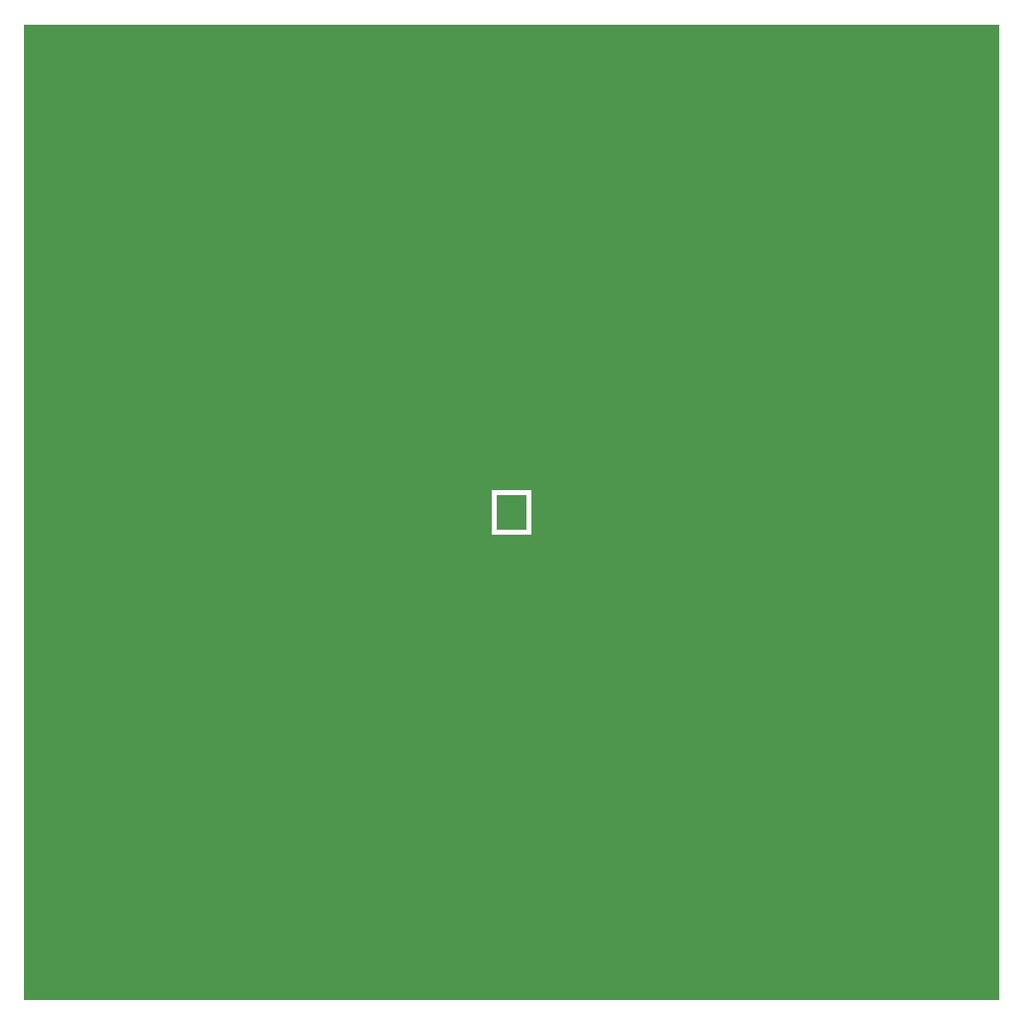
<source format=gbr>
%FSLAX26Y26*%
%MOMM*%

%ADD99R,100.05X100.05*%
%ADD10C,0.500*%
%ADD13C,1.500*%
%ADD11R,1.9288X0.7096*%
%ADD14R,2.9288X1.7096*%
%ADD12R,3.0972X3.6052*%
%ADD15R,4.0972X4.6052*%

D99*
X49.05Y49.05D02*D03*

%LPC*%

D14*
X5.5Y5.5D02*D03*
X5.5Y6.77D02*D03*
X5.5Y8.04D02*D03*
X5.5Y9.31D02*D03*
X10.8848Y5.5D02*D03*
X10.8848Y6.77D02*D03*
X10.8848Y8.04D02*D03*
X10.8848Y9.31D02*D03*


D15*
X8.1924Y7.405D02*D03*

D13*
X87.45146Y63.68595D02*D03*
X86.67041Y63.68595D02*D03*
X85.94651Y63.68595D02*D03*
X85.24801Y63.68595D02*D03*
X84.3359Y63.68595D02*D03*
X83.27443Y63.68595D02*D03*
X82.30263Y63.68595D02*D03*
X81.33082Y63.68595D02*D03*
X80.35902Y63.68595D02*D03*
X79.38722Y63.68595D02*D03*
X78.41541Y63.68595D02*D03*
X77.44361Y63.68595D02*D03*
X76.4718Y63.68595D02*D03*
X75.5Y63.68595D02*D03*
X74.5282Y63.68595D02*D03*
X73.55639Y63.68595D02*D03*
X72.58459Y63.68595D02*D03*
X71.61278Y63.68595D02*D03*
X70.64098Y63.68595D02*D03*
X69.66918Y63.68595D02*D03*
X68.69737Y63.68595D02*D03*
X67.72557Y63.68595D02*D03*
X66.75376Y63.68595D02*D03*
X65.8795Y63.68595D02*D03*
X65.2064Y63.68595D02*D03*
X64.5079Y63.68595D02*D03*
X63.72685Y63.68595D02*D03*
X63.11725Y63.68595D02*D03*
X87.88275Y64.11724D02*D03*
X87.13168Y64.26228D02*D03*
X86.53833Y64.27752D02*D03*
X85.94499Y64.2793D02*D03*
X85.35164Y64.27041D02*D03*
X84.7583Y64.27574D02*D03*
X83.76033Y64.07102D02*D03*
X82.78853Y64.07102D02*D03*
X81.81673Y64.07102D02*D03*
X80.84492Y64.07102D02*D03*
X79.87312Y64.07102D02*D03*
X78.90131Y64.07102D02*D03*
X77.92951Y64.07102D02*D03*
X76.95771Y64.07102D02*D03*
X75.9859Y64.07102D02*D03*
X75.0141Y64.07102D02*D03*
X74.04229Y64.07102D02*D03*
X73.07049Y64.07102D02*D03*
X72.09869Y64.07102D02*D03*
X71.12688Y64.07102D02*D03*
X70.15508Y64.07102D02*D03*
X69.18327Y64.07102D02*D03*
X68.21147Y64.07102D02*D03*
X67.23967Y64.07102D02*D03*
X66.2417Y64.27574D02*D03*
X65.64836Y64.27041D02*D03*
X65.05501Y64.2793D02*D03*
X64.46167Y64.27752D02*D03*
X63.86832Y64.26228D02*D03*
X63.27498Y64.27498D02*D03*
X62.68595Y64.11724D02*D03*
X88.31405Y64.54854D02*D03*
X87.14438Y64.85562D02*D03*
X86.07986Y64.85715D02*D03*
X85.05319Y64.79085D02*D03*
X84.19798Y64.47183D02*D03*
X83.27443Y64.42941D02*D03*
X82.78853Y64.77002D02*D03*
X82.30263Y64.42941D02*D03*
X81.81673Y64.77002D02*D03*
X81.33082Y64.42941D02*D03*
X80.84492Y64.77002D02*D03*
X80.35902Y64.42941D02*D03*
X79.87312Y64.77002D02*D03*
X79.38722Y64.42941D02*D03*
X78.90131Y64.77002D02*D03*
X78.41541Y64.42941D02*D03*
X77.92951Y64.77002D02*D03*
X77.44361Y64.42941D02*D03*
X76.95771Y64.77002D02*D03*
X76.4718Y64.42941D02*D03*
X75.97981Y64.78476D02*D03*
X75.5Y64.42941D02*D03*
X75.02019Y64.78476D02*D03*
X74.5282Y64.42941D02*D03*
X74.04229Y64.77002D02*D03*
X73.55639Y64.42941D02*D03*
X73.07049Y64.77002D02*D03*
X72.58459Y64.42941D02*D03*
X72.09869Y64.77002D02*D03*
X71.61278Y64.42941D02*D03*
X71.12688Y64.77002D02*D03*
X70.64098Y64.42941D02*D03*
X70.15508Y64.77002D02*D03*
X69.66918Y64.42941D02*D03*
X69.18327Y64.77002D02*D03*
X68.69737Y64.42941D02*D03*
X68.21147Y64.77002D02*D03*
X67.72557Y64.42941D02*D03*
X66.80202Y64.47183D02*D03*
X65.94681Y64.79085D02*D03*
X64.92014Y64.85715D02*D03*
X63.85562Y64.85562D02*D03*
X62.68595Y64.72684D02*D03*
X87.73772Y64.86832D02*D03*
X86.66279Y65.33721D02*D03*
X85.61276Y65.26151D02*D03*
X83.80732Y65.33162D02*D03*
X82.81672Y65.36286D02*D03*
X81.82612Y65.36337D02*D03*
X80.83552Y65.36337D02*D03*
X79.88836Y65.36337D02*D03*
X78.88607Y65.36337D02*D03*
X77.93891Y65.36337D02*D03*
X76.94831Y65.36337D02*D03*
X75.96279Y65.50535D02*D03*
X75.5Y65.13401D02*D03*
X75.03721Y65.50535D02*D03*
X74.05169Y65.36337D02*D03*
X73.06109Y65.36337D02*D03*
X72.11393Y65.36337D02*D03*
X71.11164Y65.36337D02*D03*
X70.16448Y65.36337D02*D03*
X69.17388Y65.36337D02*D03*
X68.18328Y65.36286D02*D03*
X67.19268Y65.33162D02*D03*
X65.38724Y65.26151D02*D03*
X64.33721Y65.33721D02*D03*
X63.26228Y64.86832D02*D03*
X88.31405Y65.32959D02*D03*
X87.72248Y65.46167D02*D03*
X87.14285Y65.92014D02*D03*
X84.82002Y65.753D02*D03*
X79.38722Y65.68112D02*D03*
X71.61278Y65.68112D02*D03*
X66.17998Y65.753D02*D03*
X63.85715Y65.92014D02*D03*
X63.27752Y65.46167D02*D03*
X62.68595Y65.50789D02*D03*
X88.31405Y66.05349D02*D03*
X87.7207Y66.05501D02*D03*
X86.06513Y66.19827D02*D03*
X85.2122Y66.19827D02*D03*
X83.80732Y66.04282D02*D03*
X82.81672Y66.03672D02*D03*
X81.82612Y66.03672D02*D03*
X80.83552Y66.03672D02*D03*
X79.8622Y66.03672D02*D03*
X79.38722Y66.39232D02*D03*
X78.91224Y66.03672D02*D03*
X77.93891Y66.03672D02*D03*
X76.94831Y66.03672D02*D03*
X76.02502Y66.09565D02*D03*
X75.5Y66.39232D02*D03*
X74.97498Y66.09565D02*D03*
X74.05169Y66.03672D02*D03*
X73.06109Y66.03672D02*D03*
X72.08776Y66.03672D02*D03*
X71.61278Y66.39232D02*D03*
X71.1378Y66.03672D02*D03*
X70.16448Y66.03672D02*D03*
X69.17388Y66.03672D02*D03*
X68.18328Y66.03672D02*D03*
X67.19268Y66.04282D02*D03*
X65.7878Y66.19827D02*D03*
X64.93487Y66.19827D02*D03*
X63.2793Y66.05501D02*D03*
X62.68595Y66.20639D02*D03*
X88.31405Y66.82082D02*D03*
X87.74636Y66.64785D02*D03*
X83.80732Y66.73624D02*D03*
X82.81672Y66.74792D02*D03*
X81.82612Y66.74792D02*D03*
X80.83552Y66.74792D02*D03*
X79.8622Y66.74792D02*D03*
X78.91224Y66.74792D02*D03*
X77.93891Y66.74792D02*D03*
X76.94831Y66.74792D02*D03*
X75.97498Y66.74792D02*D03*
X75.02502Y66.74792D02*D03*
X74.05169Y66.74792D02*D03*
X73.06109Y66.74792D02*D03*
X72.08776Y66.74792D02*D03*
X71.1378Y66.74792D02*D03*
X70.16448Y66.74792D02*D03*
X69.17388Y66.74792D02*D03*
X68.18328Y66.74792D02*D03*
X67.19268Y66.73624D02*D03*
X63.25364Y66.64785D02*D03*
X62.68595Y66.87949D02*D03*
X87.42886Y67.14924D02*D03*
X86.75779Y67.19268D02*D03*
X86.04659Y67.19268D02*D03*
X85.33539Y67.19268D02*D03*
X84.62419Y67.19268D02*D03*
X83.80732Y67.32958D02*D03*
X79.38722Y67.10352D02*D03*
X75.5Y67.10352D02*D03*
X71.61278Y67.10352D02*D03*
X67.19268Y67.32958D02*D03*
X66.37581Y67.19268D02*D03*
X65.66461Y67.19268D02*D03*
X64.95341Y67.19268D02*D03*
X64.24221Y67.19268D02*D03*
X63.57114Y67.14924D02*D03*
X88.31405Y67.68442D02*D03*
X87.57059Y67.72557D02*D03*
X82.81672Y67.45912D02*D03*
X81.82612Y67.45912D02*D03*
X80.83552Y67.45912D02*D03*
X79.8622Y67.45912D02*D03*
X79.38722Y67.81472D02*D03*
X78.91224Y67.45912D02*D03*
X77.93891Y67.45912D02*D03*
X76.94831Y67.45912D02*D03*
X75.97498Y67.45912D02*D03*
X75.5Y67.81472D02*D03*
X75.02502Y67.45912D02*D03*
X74.05169Y67.45912D02*D03*
X73.06109Y67.45912D02*D03*
X72.08776Y67.45912D02*D03*
X71.61278Y67.81472D02*D03*
X71.1378Y67.45912D02*D03*
X70.16448Y67.45912D02*D03*
X69.17388Y67.45912D02*D03*
X68.18328Y67.45912D02*D03*
X63.42941Y67.72557D02*D03*
X62.68595Y67.72557D02*D03*
X87.92898Y68.21147D02*D03*
X87.22997Y68.21147D02*D03*
X86.63714Y68.18328D02*D03*
X85.96328Y68.18328D02*D03*
X85.25208Y68.18328D02*D03*
X84.54088Y68.18328D02*D03*
X83.82968Y68.18328D02*D03*
X82.81672Y68.16042D02*D03*
X81.82612Y68.17032D02*D03*
X80.83552Y68.17032D02*D03*
X79.8622Y68.17032D02*D03*
X78.91224Y68.17032D02*D03*
X77.93891Y68.17032D02*D03*
X76.94831Y68.17032D02*D03*
X75.97498Y68.17032D02*D03*
X75.02502Y68.17032D02*D03*
X74.05169Y68.17032D02*D03*
X73.06109Y68.17032D02*D03*
X72.08776Y68.17032D02*D03*
X71.1378Y68.17032D02*D03*
X70.16448Y68.17032D02*D03*
X69.17388Y68.17032D02*D03*
X68.18328Y68.16042D02*D03*
X67.17032Y68.18328D02*D03*
X66.45912Y68.18328D02*D03*
X65.74792Y68.18328D02*D03*
X65.03672Y68.18328D02*D03*
X64.36286Y68.18328D02*D03*
X63.77003Y68.21147D02*D03*
X63.07102Y68.21147D02*D03*
X88.31405Y68.69737D02*D03*
X87.57059Y68.69737D02*D03*
X82.25056Y68.5851D02*D03*
X79.38722Y68.52592D02*D03*
X75.5Y68.52592D02*D03*
X71.61278Y68.52592D02*D03*
X68.74944Y68.5851D02*D03*
X63.42941Y68.69737D02*D03*
X62.68595Y68.69737D02*D03*
X87.92898Y69.18327D02*D03*
X87.22997Y69.18327D02*D03*
X86.63663Y69.17388D02*D03*
X85.96328Y69.17388D02*D03*
X85.25208Y69.17388D02*D03*
X84.54088Y69.17388D02*D03*
X83.82968Y69.17388D02*D03*
X83.11848Y69.17388D02*D03*
X82.40728Y69.17388D02*D03*
X81.82612Y69.05399D02*D03*
X80.83552Y68.88152D02*D03*
X79.8622Y68.88152D02*D03*
X79.38722Y69.23712D02*D03*
X78.91224Y68.88152D02*D03*
X77.93891Y68.88152D02*D03*
X76.94831Y68.88152D02*D03*
X75.97498Y68.88152D02*D03*
X75.5Y69.23712D02*D03*
X75.02502Y68.88152D02*D03*
X74.05169Y68.88152D02*D03*
X73.06109Y68.88152D02*D03*
X72.08776Y68.88152D02*D03*
X71.61278Y69.23712D02*D03*
X71.1378Y68.88152D02*D03*
X70.16448Y68.88152D02*D03*
X69.17388Y69.05399D02*D03*
X68.59272Y69.17388D02*D03*
X67.88152Y69.17388D02*D03*
X67.17032Y69.17388D02*D03*
X66.45912Y69.17388D02*D03*
X65.74792Y69.17388D02*D03*
X65.03672Y69.17388D02*D03*
X64.36337Y69.17388D02*D03*
X63.77003Y69.18327D02*D03*
X63.07102Y69.18327D02*D03*
X88.31405Y69.66918D02*D03*
X87.57059Y69.66918D02*D03*
X80.83552Y69.59272D02*D03*
X79.8622Y69.59272D02*D03*
X78.91224Y69.59272D02*D03*
X77.93891Y69.59272D02*D03*
X76.94831Y69.59272D02*D03*
X75.97498Y69.59272D02*D03*
X75.02502Y69.59272D02*D03*
X74.05169Y69.59272D02*D03*
X73.06109Y69.59272D02*D03*
X72.08776Y69.59272D02*D03*
X71.1378Y69.59272D02*D03*
X70.16448Y69.59272D02*D03*
X63.42941Y69.66918D02*D03*
X62.68595Y69.66918D02*D03*
X87.92898Y70.15508D02*D03*
X87.22997Y70.15508D02*D03*
X86.63663Y70.16448D02*D03*
X85.96328Y70.16448D02*D03*
X85.25208Y70.16448D02*D03*
X84.54088Y70.16448D02*D03*
X83.82968Y70.16448D02*D03*
X83.11848Y70.16448D02*D03*
X82.40728Y70.16448D02*D03*
X81.80479Y70.16448D02*D03*
X80.83552Y70.30392D02*D03*
X79.8622Y70.30392D02*D03*
X79.38722Y69.94832D02*D03*
X78.91224Y70.30392D02*D03*
X77.93891Y70.30392D02*D03*
X76.94831Y70.30392D02*D03*
X75.97498Y70.30392D02*D03*
X75.5Y69.94832D02*D03*
X75.02502Y70.30392D02*D03*
X74.05169Y70.30392D02*D03*
X73.06109Y70.30392D02*D03*
X72.08776Y70.30392D02*D03*
X71.61278Y69.94832D02*D03*
X71.1378Y70.30392D02*D03*
X70.16448Y70.30392D02*D03*
X69.19521Y70.16448D02*D03*
X68.59272Y70.16448D02*D03*
X67.88152Y70.16448D02*D03*
X67.17032Y70.16448D02*D03*
X66.45912Y70.16448D02*D03*
X65.74792Y70.16448D02*D03*
X65.03672Y70.16448D02*D03*
X64.36337Y70.16448D02*D03*
X63.77003Y70.15508D02*D03*
X63.07102Y70.15508D02*D03*
X88.31405Y70.64098D02*D03*
X87.57059Y70.64098D02*D03*
X63.42941Y70.64098D02*D03*
X62.68595Y70.64098D02*D03*
X87.92898Y71.12688D02*D03*
X87.22997Y71.12688D02*D03*
X86.63663Y71.11164D02*D03*
X85.96328Y71.1378D02*D03*
X85.25208Y71.1378D02*D03*
X84.54088Y71.1378D02*D03*
X83.82968Y71.1378D02*D03*
X83.11848Y71.1378D02*D03*
X82.40728Y71.1378D02*D03*
X81.69608Y71.1378D02*D03*
X69.30392Y71.1378D02*D03*
X68.59272Y71.1378D02*D03*
X67.88152Y71.1378D02*D03*
X67.17032Y71.1378D02*D03*
X66.45912Y71.1378D02*D03*
X65.74792Y71.1378D02*D03*
X65.03672Y71.1378D02*D03*
X64.36337Y71.11164D02*D03*
X63.77003Y71.12688D02*D03*
X63.07102Y71.12688D02*D03*
X88.31405Y71.61278D02*D03*
X87.57059Y71.61278D02*D03*
X86.31888Y71.61278D02*D03*
X85.60768Y71.61278D02*D03*
X84.89648Y71.61278D02*D03*
X84.18528Y71.61278D02*D03*
X83.47408Y71.61278D02*D03*
X82.76288Y71.61278D02*D03*
X82.05168Y71.61278D02*D03*
X80.80733Y71.18606D02*D03*
X80.04914Y71.18606D02*D03*
X79.29095Y71.18606D02*D03*
X78.53276Y71.18606D02*D03*
X77.77457Y71.18606D02*D03*
X77.01638Y71.18606D02*D03*
X76.25819Y71.18606D02*D03*
X75.5Y71.18606D02*D03*
X74.74181Y71.18606D02*D03*
X73.98362Y71.18606D02*D03*
X73.22543Y71.18606D02*D03*
X72.46724Y71.18606D02*D03*
X71.70905Y71.18606D02*D03*
X70.95086Y71.18606D02*D03*
X70.19267Y71.18606D02*D03*
X68.94832Y71.61278D02*D03*
X68.23712Y71.61278D02*D03*
X67.52592Y71.61278D02*D03*
X66.81472Y71.61278D02*D03*
X66.10352Y71.61278D02*D03*
X65.39232Y71.61278D02*D03*
X64.68112Y71.61278D02*D03*
X63.42941Y71.61278D02*D03*
X62.68595Y71.61278D02*D03*
X87.92898Y72.09869D02*D03*
X87.22997Y72.09869D02*D03*
X86.63663Y72.11393D02*D03*
X85.96328Y72.08776D02*D03*
X85.25208Y72.08776D02*D03*
X84.54088Y72.08776D02*D03*
X83.82968Y72.08776D02*D03*
X83.11848Y72.08776D02*D03*
X82.40728Y72.08776D02*D03*
X81.69608Y72.08776D02*D03*
X80.80733Y71.97042D02*D03*
X80.04914Y71.97042D02*D03*
X79.29095Y71.97042D02*D03*
X78.53276Y71.97042D02*D03*
X77.77457Y71.97042D02*D03*
X77.01638Y71.97042D02*D03*
X76.25819Y71.97042D02*D03*
X75.5Y71.97042D02*D03*
X74.74181Y71.97042D02*D03*
X73.98362Y71.97042D02*D03*
X73.22543Y71.97042D02*D03*
X72.46724Y71.97042D02*D03*
X71.70905Y71.97042D02*D03*
X70.95086Y71.97042D02*D03*
X70.19267Y71.97042D02*D03*
X69.30392Y72.08776D02*D03*
X68.59272Y72.08776D02*D03*
X67.88152Y72.08776D02*D03*
X67.17032Y72.08776D02*D03*
X66.45912Y72.08776D02*D03*
X65.74792Y72.08776D02*D03*
X65.03672Y72.08776D02*D03*
X64.36337Y72.11393D02*D03*
X63.77003Y72.09869D02*D03*
X63.07102Y72.09869D02*D03*
X88.31405Y72.58459D02*D03*
X87.57059Y72.58459D02*D03*
X63.42941Y72.58459D02*D03*
X62.68595Y72.58459D02*D03*
X87.92898Y73.07049D02*D03*
X87.22997Y73.07049D02*D03*
X86.63663Y73.06109D02*D03*
X85.96328Y73.06109D02*D03*
X85.25208Y73.06109D02*D03*
X84.54088Y73.06109D02*D03*
X83.82968Y73.06109D02*D03*
X83.11848Y73.06109D02*D03*
X82.40728Y73.06109D02*D03*
X81.69608Y73.06109D02*D03*
X80.80733Y72.75477D02*D03*
X80.04914Y72.75477D02*D03*
X79.29095Y72.75477D02*D03*
X78.53276Y72.75477D02*D03*
X77.77457Y72.75477D02*D03*
X77.01638Y72.75477D02*D03*
X76.25819Y72.75477D02*D03*
X75.5Y72.75477D02*D03*
X74.74181Y72.75477D02*D03*
X73.98362Y72.75477D02*D03*
X73.22543Y72.75477D02*D03*
X72.46724Y72.75477D02*D03*
X71.70905Y72.75477D02*D03*
X70.95086Y72.75477D02*D03*
X70.19267Y72.75477D02*D03*
X69.30392Y73.06109D02*D03*
X68.59272Y73.06109D02*D03*
X67.88152Y73.06109D02*D03*
X67.17032Y73.06109D02*D03*
X66.45912Y73.06109D02*D03*
X65.74792Y73.06109D02*D03*
X65.03672Y73.06109D02*D03*
X64.36337Y73.06109D02*D03*
X63.77003Y73.07049D02*D03*
X63.07102Y73.07049D02*D03*
X88.31405Y73.55639D02*D03*
X87.57059Y73.55639D02*D03*
X80.80733Y73.53912D02*D03*
X80.04914Y73.53912D02*D03*
X79.29095Y73.53912D02*D03*
X78.53276Y73.53912D02*D03*
X77.77457Y73.53912D02*D03*
X77.01638Y73.53912D02*D03*
X76.25819Y73.53912D02*D03*
X75.5Y73.53912D02*D03*
X74.74181Y73.53912D02*D03*
X73.98362Y73.53912D02*D03*
X73.22543Y73.53912D02*D03*
X72.46724Y73.53912D02*D03*
X71.70905Y73.53912D02*D03*
X70.95086Y73.53912D02*D03*
X70.19267Y73.53912D02*D03*
X63.42941Y73.55639D02*D03*
X62.68595Y73.55639D02*D03*
X87.92898Y74.04229D02*D03*
X87.22997Y74.04229D02*D03*
X86.63663Y74.05169D02*D03*
X85.96328Y74.05169D02*D03*
X85.25208Y74.05169D02*D03*
X84.54088Y74.05169D02*D03*
X83.82968Y74.05169D02*D03*
X83.11848Y74.05169D02*D03*
X82.40728Y74.05169D02*D03*
X81.69608Y74.05169D02*D03*
X69.30392Y74.05169D02*D03*
X68.59272Y74.05169D02*D03*
X67.88152Y74.05169D02*D03*
X67.17032Y74.05169D02*D03*
X66.45912Y74.05169D02*D03*
X65.74792Y74.05169D02*D03*
X65.03672Y74.05169D02*D03*
X64.36337Y74.05169D02*D03*
X63.77003Y74.04229D02*D03*
X63.07102Y74.04229D02*D03*
X88.31405Y74.5282D02*D03*
X87.57059Y74.5282D02*D03*
X80.80733Y74.32347D02*D03*
X80.04914Y74.32347D02*D03*
X79.29095Y74.32347D02*D03*
X78.53276Y74.32347D02*D03*
X77.77457Y74.32347D02*D03*
X77.01638Y74.32347D02*D03*
X76.25819Y74.32347D02*D03*
X75.5Y74.32347D02*D03*
X74.74181Y74.32347D02*D03*
X73.98362Y74.32347D02*D03*
X73.22543Y74.32347D02*D03*
X72.46724Y74.32347D02*D03*
X71.70905Y74.32347D02*D03*
X70.95086Y74.32347D02*D03*
X70.19267Y74.32347D02*D03*
X63.42941Y74.5282D02*D03*
X62.68595Y74.5282D02*D03*
X87.92898Y75.0141D02*D03*
X87.21524Y75.02019D02*D03*
X86.49464Y75.03721D02*D03*
X85.90435Y74.97498D02*D03*
X85.25208Y75.02502D02*D03*
X84.54088Y75.02502D02*D03*
X83.82968Y75.02502D02*D03*
X83.11848Y75.02502D02*D03*
X82.40728Y75.02502D02*D03*
X81.69608Y75.02502D02*D03*
X80.80733Y75.10782D02*D03*
X80.04914Y75.10782D02*D03*
X79.29095Y75.10782D02*D03*
X78.53276Y75.10782D02*D03*
X77.77457Y75.10782D02*D03*
X77.01638Y75.10782D02*D03*
X76.25819Y75.10782D02*D03*
X75.5Y75.10782D02*D03*
X74.74181Y75.10782D02*D03*
X73.98362Y75.10782D02*D03*
X73.22543Y75.10782D02*D03*
X72.46724Y75.10782D02*D03*
X71.70905Y75.10782D02*D03*
X70.95086Y75.10782D02*D03*
X70.19267Y75.10782D02*D03*
X69.30392Y75.02502D02*D03*
X68.59272Y75.02502D02*D03*
X67.88152Y75.02502D02*D03*
X67.17032Y75.02502D02*D03*
X66.45912Y75.02502D02*D03*
X65.74792Y75.02502D02*D03*
X65.09565Y74.97498D02*D03*
X64.50536Y75.03721D02*D03*
X63.78476Y75.02019D02*D03*
X63.07102Y75.0141D02*D03*
X88.31405Y75.5D02*D03*
X87.57059Y75.5D02*D03*
X86.86599Y75.5D02*D03*
X85.60768Y75.5D02*D03*
X84.89648Y75.5D02*D03*
X84.18528Y75.5D02*D03*
X83.47408Y75.5D02*D03*
X82.76288Y75.5D02*D03*
X82.05168Y75.5D02*D03*
X68.94832Y75.5D02*D03*
X68.23712Y75.5D02*D03*
X67.52592Y75.5D02*D03*
X66.81472Y75.5D02*D03*
X66.10352Y75.5D02*D03*
X65.39232Y75.5D02*D03*
X64.13401Y75.5D02*D03*
X63.42941Y75.5D02*D03*
X62.68595Y75.5D02*D03*
X87.92898Y75.9859D02*D03*
X87.21524Y75.97981D02*D03*
X86.49464Y75.96279D02*D03*
X85.90435Y76.02502D02*D03*
X85.25208Y75.97498D02*D03*
X84.54088Y75.97498D02*D03*
X83.82968Y75.97498D02*D03*
X83.11848Y75.97498D02*D03*
X82.40728Y75.97498D02*D03*
X81.69608Y75.97498D02*D03*
X80.80733Y75.89218D02*D03*
X80.04914Y75.89218D02*D03*
X79.29095Y75.89218D02*D03*
X78.53276Y75.89218D02*D03*
X77.77457Y75.89218D02*D03*
X77.01638Y75.89218D02*D03*
X76.25819Y75.89218D02*D03*
X75.5Y75.89218D02*D03*
X74.74181Y75.89218D02*D03*
X73.98362Y75.89218D02*D03*
X73.22543Y75.89218D02*D03*
X72.46724Y75.89218D02*D03*
X71.70905Y75.89218D02*D03*
X70.95086Y75.89218D02*D03*
X70.19267Y75.89218D02*D03*
X69.30392Y75.97498D02*D03*
X68.59272Y75.97498D02*D03*
X67.88152Y75.97498D02*D03*
X67.17032Y75.97498D02*D03*
X66.45912Y75.97498D02*D03*
X65.74792Y75.97498D02*D03*
X65.09565Y76.02502D02*D03*
X64.50536Y75.96279D02*D03*
X63.78476Y75.97981D02*D03*
X63.07102Y75.9859D02*D03*
X88.31405Y76.4718D02*D03*
X87.57059Y76.4718D02*D03*
X80.80733Y76.67653D02*D03*
X80.04914Y76.67653D02*D03*
X79.29095Y76.67653D02*D03*
X78.53276Y76.67653D02*D03*
X77.77457Y76.67653D02*D03*
X77.01638Y76.67653D02*D03*
X76.25819Y76.67653D02*D03*
X75.5Y76.67653D02*D03*
X74.74181Y76.67653D02*D03*
X73.98362Y76.67653D02*D03*
X73.22543Y76.67653D02*D03*
X72.46724Y76.67653D02*D03*
X71.70905Y76.67653D02*D03*
X70.95086Y76.67653D02*D03*
X70.19267Y76.67653D02*D03*
X63.42941Y76.4718D02*D03*
X62.68595Y76.4718D02*D03*
X87.92898Y76.95771D02*D03*
X87.22997Y76.95771D02*D03*
X86.63663Y76.94831D02*D03*
X85.96328Y76.94831D02*D03*
X85.25208Y76.94831D02*D03*
X84.54088Y76.94831D02*D03*
X83.82968Y76.94831D02*D03*
X83.11848Y76.94831D02*D03*
X82.40728Y76.94831D02*D03*
X81.69608Y76.94831D02*D03*
X69.30392Y76.94831D02*D03*
X68.59272Y76.94831D02*D03*
X67.88152Y76.94831D02*D03*
X67.17032Y76.94831D02*D03*
X66.45912Y76.94831D02*D03*
X65.74792Y76.94831D02*D03*
X65.03672Y76.94831D02*D03*
X64.36337Y76.94831D02*D03*
X63.77003Y76.95771D02*D03*
X63.07102Y76.95771D02*D03*
X88.31405Y77.44361D02*D03*
X87.57059Y77.44361D02*D03*
X80.80733Y77.46088D02*D03*
X80.04914Y77.46088D02*D03*
X79.29095Y77.46088D02*D03*
X78.53276Y77.46088D02*D03*
X77.77457Y77.46088D02*D03*
X77.01638Y77.46088D02*D03*
X76.25819Y77.46088D02*D03*
X75.5Y77.46088D02*D03*
X74.74181Y77.46088D02*D03*
X73.98362Y77.46088D02*D03*
X73.22543Y77.46088D02*D03*
X72.46724Y77.46088D02*D03*
X71.70905Y77.46088D02*D03*
X70.95086Y77.46088D02*D03*
X70.19267Y77.46088D02*D03*
X63.42941Y77.44361D02*D03*
X62.68595Y77.44361D02*D03*
X87.92898Y77.92951D02*D03*
X87.22997Y77.92951D02*D03*
X86.63663Y77.93891D02*D03*
X85.96328Y77.93891D02*D03*
X85.25208Y77.93891D02*D03*
X84.54088Y77.93891D02*D03*
X83.82968Y77.93891D02*D03*
X83.11848Y77.93891D02*D03*
X82.40728Y77.93891D02*D03*
X81.69608Y77.93891D02*D03*
X80.80733Y78.24523D02*D03*
X80.04914Y78.24523D02*D03*
X79.29095Y78.24523D02*D03*
X78.53276Y78.24523D02*D03*
X77.77457Y78.24523D02*D03*
X77.01638Y78.24523D02*D03*
X76.25819Y78.24523D02*D03*
X75.5Y78.24523D02*D03*
X74.74181Y78.24523D02*D03*
X73.98362Y78.24523D02*D03*
X73.22543Y78.24523D02*D03*
X72.46724Y78.24523D02*D03*
X71.70905Y78.24523D02*D03*
X70.95086Y78.24523D02*D03*
X70.19267Y78.24523D02*D03*
X69.30392Y77.93891D02*D03*
X68.59272Y77.93891D02*D03*
X67.88152Y77.93891D02*D03*
X67.17032Y77.93891D02*D03*
X66.45912Y77.93891D02*D03*
X65.74792Y77.93891D02*D03*
X65.03672Y77.93891D02*D03*
X64.36337Y77.93891D02*D03*
X63.77003Y77.92951D02*D03*
X63.07102Y77.92951D02*D03*
X88.31405Y78.41541D02*D03*
X87.57059Y78.41541D02*D03*
X63.42941Y78.41541D02*D03*
X62.68595Y78.41541D02*D03*
X87.92898Y78.90131D02*D03*
X87.22997Y78.90131D02*D03*
X86.63663Y78.88607D02*D03*
X85.96328Y78.91224D02*D03*
X85.25208Y78.91224D02*D03*
X84.54088Y78.91224D02*D03*
X83.82968Y78.91224D02*D03*
X83.11848Y78.91224D02*D03*
X82.40728Y78.91224D02*D03*
X81.69608Y78.91224D02*D03*
X80.80733Y79.02958D02*D03*
X80.04914Y79.02958D02*D03*
X79.29095Y79.02958D02*D03*
X78.53276Y79.02958D02*D03*
X77.77457Y79.02958D02*D03*
X77.01638Y79.02958D02*D03*
X76.25819Y79.02958D02*D03*
X75.5Y79.02958D02*D03*
X74.74181Y79.02958D02*D03*
X73.98362Y79.02958D02*D03*
X73.22543Y79.02958D02*D03*
X72.46724Y79.02958D02*D03*
X71.70905Y79.02958D02*D03*
X70.95086Y79.02958D02*D03*
X70.19267Y79.02958D02*D03*
X69.30392Y78.91224D02*D03*
X68.59272Y78.91224D02*D03*
X67.88152Y78.91224D02*D03*
X67.17032Y78.91224D02*D03*
X66.45912Y78.91224D02*D03*
X65.74792Y78.91224D02*D03*
X65.03672Y78.91224D02*D03*
X64.36337Y78.88607D02*D03*
X63.77003Y78.90131D02*D03*
X63.07102Y78.90131D02*D03*
X88.31405Y79.38722D02*D03*
X87.57059Y79.38722D02*D03*
X86.31888Y79.38722D02*D03*
X85.60768Y79.38722D02*D03*
X84.89648Y79.38722D02*D03*
X84.18528Y79.38722D02*D03*
X83.47408Y79.38722D02*D03*
X82.76288Y79.38722D02*D03*
X82.05168Y79.38722D02*D03*
X80.80733Y79.81394D02*D03*
X80.04914Y79.81394D02*D03*
X79.29095Y79.81394D02*D03*
X78.53276Y79.81394D02*D03*
X77.77457Y79.81394D02*D03*
X77.01638Y79.81394D02*D03*
X76.25819Y79.81394D02*D03*
X75.5Y79.81394D02*D03*
X74.74181Y79.81394D02*D03*
X73.98362Y79.81394D02*D03*
X73.22543Y79.81394D02*D03*
X72.46724Y79.81394D02*D03*
X71.70905Y79.81394D02*D03*
X70.95086Y79.81394D02*D03*
X70.19267Y79.81394D02*D03*
X68.94832Y79.38722D02*D03*
X68.23712Y79.38722D02*D03*
X67.52592Y79.38722D02*D03*
X66.81472Y79.38722D02*D03*
X66.10352Y79.38722D02*D03*
X65.39232Y79.38722D02*D03*
X64.68112Y79.38722D02*D03*
X63.42941Y79.38722D02*D03*
X62.68595Y79.38722D02*D03*
X87.92898Y79.87312D02*D03*
X87.22997Y79.87312D02*D03*
X86.63663Y79.88836D02*D03*
X85.96328Y79.8622D02*D03*
X85.25208Y79.8622D02*D03*
X84.54088Y79.8622D02*D03*
X83.82968Y79.8622D02*D03*
X83.11848Y79.8622D02*D03*
X82.40728Y79.8622D02*D03*
X81.69608Y79.8622D02*D03*
X69.30392Y79.8622D02*D03*
X68.59272Y79.8622D02*D03*
X67.88152Y79.8622D02*D03*
X67.17032Y79.8622D02*D03*
X66.45912Y79.8622D02*D03*
X65.74792Y79.8622D02*D03*
X65.03672Y79.8622D02*D03*
X64.36337Y79.88836D02*D03*
X63.77003Y79.87312D02*D03*
X63.07102Y79.87312D02*D03*
X88.31405Y80.35902D02*D03*
X87.57059Y80.35902D02*D03*
X63.42941Y80.35902D02*D03*
X62.68595Y80.35902D02*D03*
X87.92898Y80.84492D02*D03*
X87.22997Y80.84492D02*D03*
X86.63663Y80.83552D02*D03*
X85.96328Y80.83552D02*D03*
X85.25208Y80.83552D02*D03*
X84.54088Y80.83552D02*D03*
X83.82968Y80.83552D02*D03*
X83.11848Y80.83552D02*D03*
X82.40728Y80.83552D02*D03*
X81.80479Y80.83552D02*D03*
X80.83552Y80.69608D02*D03*
X79.8622Y80.69608D02*D03*
X79.38722Y81.05168D02*D03*
X78.91224Y80.69608D02*D03*
X77.93891Y80.69608D02*D03*
X76.94831Y80.69608D02*D03*
X75.97498Y80.69608D02*D03*
X75.5Y81.05168D02*D03*
X75.02502Y80.69608D02*D03*
X74.05169Y80.69608D02*D03*
X73.06109Y80.69608D02*D03*
X72.08776Y80.69608D02*D03*
X71.61278Y81.05168D02*D03*
X71.1378Y80.69608D02*D03*
X70.16448Y80.69608D02*D03*
X69.19521Y80.83552D02*D03*
X68.59272Y80.83552D02*D03*
X67.88152Y80.83552D02*D03*
X67.17032Y80.83552D02*D03*
X66.45912Y80.83552D02*D03*
X65.74792Y80.83552D02*D03*
X65.03672Y80.83552D02*D03*
X64.36337Y80.83552D02*D03*
X63.77003Y80.84492D02*D03*
X63.07102Y80.84492D02*D03*
X88.31405Y81.33082D02*D03*
X87.57059Y81.33082D02*D03*
X80.83552Y81.40728D02*D03*
X79.8622Y81.40728D02*D03*
X78.91224Y81.40728D02*D03*
X77.93891Y81.40728D02*D03*
X76.94831Y81.40728D02*D03*
X75.97498Y81.40728D02*D03*
X75.02502Y81.40728D02*D03*
X74.05169Y81.40728D02*D03*
X73.06109Y81.40728D02*D03*
X72.08776Y81.40728D02*D03*
X71.1378Y81.40728D02*D03*
X70.16448Y81.40728D02*D03*
X63.42941Y81.33082D02*D03*
X62.68595Y81.33082D02*D03*
X87.92898Y81.81673D02*D03*
X87.22997Y81.81673D02*D03*
X86.63663Y81.82612D02*D03*
X85.96328Y81.82612D02*D03*
X85.25208Y81.82612D02*D03*
X84.54088Y81.82612D02*D03*
X83.82968Y81.82612D02*D03*
X83.11848Y81.82612D02*D03*
X82.40728Y81.82612D02*D03*
X81.82612Y81.94601D02*D03*
X80.83552Y82.11848D02*D03*
X79.8622Y82.11848D02*D03*
X79.38722Y81.76288D02*D03*
X78.91224Y82.11848D02*D03*
X77.93891Y82.11848D02*D03*
X76.94831Y82.11848D02*D03*
X75.97498Y82.11848D02*D03*
X75.5Y81.76288D02*D03*
X75.02502Y82.11848D02*D03*
X74.05169Y82.11848D02*D03*
X73.06109Y82.11848D02*D03*
X72.08776Y82.11848D02*D03*
X71.61278Y81.76288D02*D03*
X71.1378Y82.11848D02*D03*
X70.16448Y82.11848D02*D03*
X69.17388Y81.94601D02*D03*
X68.59272Y81.82612D02*D03*
X67.88152Y81.82612D02*D03*
X67.17032Y81.82612D02*D03*
X66.45912Y81.82612D02*D03*
X65.74792Y81.82612D02*D03*
X65.03672Y81.82612D02*D03*
X64.36337Y81.82612D02*D03*
X63.77003Y81.81673D02*D03*
X63.07102Y81.81673D02*D03*
X88.31405Y82.30263D02*D03*
X87.57059Y82.30263D02*D03*
X82.25056Y82.4149D02*D03*
X79.38722Y82.47408D02*D03*
X75.5Y82.47408D02*D03*
X71.61278Y82.47408D02*D03*
X68.74944Y82.4149D02*D03*
X63.42941Y82.30263D02*D03*
X62.68595Y82.30263D02*D03*
X87.92898Y82.78853D02*D03*
X87.22997Y82.78853D02*D03*
X86.63714Y82.81672D02*D03*
X85.96328Y82.81672D02*D03*
X85.25208Y82.81672D02*D03*
X84.54088Y82.81672D02*D03*
X83.82968Y82.81672D02*D03*
X82.81672Y82.83958D02*D03*
X81.82612Y82.82968D02*D03*
X80.83552Y82.82968D02*D03*
X79.8622Y82.82968D02*D03*
X78.91224Y82.82968D02*D03*
X77.93891Y82.82968D02*D03*
X76.94831Y82.82968D02*D03*
X75.97498Y82.82968D02*D03*
X75.02502Y82.82968D02*D03*
X74.05169Y82.82968D02*D03*
X73.06109Y82.82968D02*D03*
X72.08776Y82.82968D02*D03*
X71.1378Y82.82968D02*D03*
X70.16448Y82.82968D02*D03*
X69.17388Y82.82968D02*D03*
X68.18328Y82.83958D02*D03*
X67.17032Y82.81672D02*D03*
X66.45912Y82.81672D02*D03*
X65.74792Y82.81672D02*D03*
X65.03672Y82.81672D02*D03*
X64.36286Y82.81672D02*D03*
X63.77003Y82.78853D02*D03*
X63.07102Y82.78853D02*D03*
X88.31405Y83.27443D02*D03*
X87.57059Y83.27443D02*D03*
X82.81672Y83.54088D02*D03*
X81.82612Y83.54088D02*D03*
X80.83552Y83.54088D02*D03*
X79.8622Y83.54088D02*D03*
X79.38722Y83.18528D02*D03*
X78.91224Y83.54088D02*D03*
X77.93891Y83.54088D02*D03*
X76.94831Y83.54088D02*D03*
X75.97498Y83.54088D02*D03*
X75.5Y83.18528D02*D03*
X75.02502Y83.54088D02*D03*
X74.05169Y83.54088D02*D03*
X73.06109Y83.54088D02*D03*
X72.08776Y83.54088D02*D03*
X71.61278Y83.18528D02*D03*
X71.1378Y83.54088D02*D03*
X70.16448Y83.54088D02*D03*
X69.17388Y83.54088D02*D03*
X68.18328Y83.54088D02*D03*
X63.42941Y83.27443D02*D03*
X62.68595Y83.27443D02*D03*
X87.42886Y83.85076D02*D03*
X86.75779Y83.80732D02*D03*
X86.04659Y83.80732D02*D03*
X85.33539Y83.80732D02*D03*
X84.62419Y83.80732D02*D03*
X83.80732Y83.67042D02*D03*
X79.38722Y83.89648D02*D03*
X75.5Y83.89648D02*D03*
X71.61278Y83.89648D02*D03*
X67.19268Y83.67042D02*D03*
X66.37581Y83.80732D02*D03*
X65.66461Y83.80732D02*D03*
X64.95341Y83.80732D02*D03*
X64.24221Y83.80732D02*D03*
X63.57114Y83.85076D02*D03*
X88.31405Y84.12051D02*D03*
X87.74636Y84.35215D02*D03*
X83.80732Y84.26376D02*D03*
X82.81672Y84.25208D02*D03*
X81.82612Y84.25208D02*D03*
X80.83552Y84.25208D02*D03*
X79.8622Y84.25208D02*D03*
X78.91224Y84.25208D02*D03*
X77.93891Y84.25208D02*D03*
X76.94831Y84.25208D02*D03*
X75.97498Y84.25208D02*D03*
X75.02502Y84.25208D02*D03*
X74.05169Y84.25208D02*D03*
X73.06109Y84.25208D02*D03*
X72.08776Y84.25208D02*D03*
X71.1378Y84.25208D02*D03*
X70.16448Y84.25208D02*D03*
X69.17388Y84.25208D02*D03*
X68.18328Y84.25208D02*D03*
X67.19268Y84.26376D02*D03*
X63.25364Y84.35215D02*D03*
X62.68595Y84.12051D02*D03*
X88.31405Y84.79361D02*D03*
X87.7207Y84.94499D02*D03*
X86.06513Y84.80173D02*D03*
X85.2122Y84.80173D02*D03*
X83.80732Y84.95718D02*D03*
X82.81672Y84.96328D02*D03*
X81.82612Y84.96328D02*D03*
X80.83552Y84.96328D02*D03*
X79.8622Y84.96328D02*D03*
X79.38722Y84.60768D02*D03*
X78.91224Y84.96328D02*D03*
X77.93891Y84.96328D02*D03*
X76.94831Y84.96328D02*D03*
X76.02502Y84.90435D02*D03*
X75.5Y84.60768D02*D03*
X74.97498Y84.90435D02*D03*
X74.05169Y84.96328D02*D03*
X73.06109Y84.96328D02*D03*
X72.08776Y84.96328D02*D03*
X71.61278Y84.60768D02*D03*
X71.1378Y84.96328D02*D03*
X70.16448Y84.96328D02*D03*
X69.17388Y84.96328D02*D03*
X68.18328Y84.96328D02*D03*
X67.19268Y84.95718D02*D03*
X65.7878Y84.80173D02*D03*
X64.93487Y84.80173D02*D03*
X63.2793Y84.94499D02*D03*
X62.68595Y84.79361D02*D03*
X88.31405Y85.49211D02*D03*
X87.72248Y85.53833D02*D03*
X87.14285Y85.07986D02*D03*
X84.82002Y85.247D02*D03*
X79.38722Y85.31888D02*D03*
X71.61278Y85.31888D02*D03*
X66.17998Y85.247D02*D03*
X63.85715Y85.07986D02*D03*
X63.27752Y85.53833D02*D03*
X62.68595Y85.49211D02*D03*
X87.73772Y86.13168D02*D03*
X86.66279Y85.66279D02*D03*
X85.61276Y85.73849D02*D03*
X83.80732Y85.66838D02*D03*
X82.81672Y85.63714D02*D03*
X81.82612Y85.63663D02*D03*
X80.83552Y85.63663D02*D03*
X79.88836Y85.63663D02*D03*
X78.88607Y85.63663D02*D03*
X77.93891Y85.63663D02*D03*
X76.94831Y85.63663D02*D03*
X75.96279Y85.49465D02*D03*
X75.5Y85.86599D02*D03*
X75.03721Y85.49465D02*D03*
X74.05169Y85.63663D02*D03*
X73.06109Y85.63663D02*D03*
X72.11393Y85.63663D02*D03*
X71.11164Y85.63663D02*D03*
X70.16448Y85.63663D02*D03*
X69.17388Y85.63663D02*D03*
X68.18328Y85.63714D02*D03*
X67.19268Y85.66838D02*D03*
X65.38724Y85.73849D02*D03*
X64.33721Y85.66279D02*D03*
X63.26228Y86.13168D02*D03*
X88.31405Y86.27316D02*D03*
X87.14438Y86.14438D02*D03*
X86.07986Y86.14285D02*D03*
X85.05319Y86.20915D02*D03*
X84.19798Y86.52817D02*D03*
X83.27443Y86.57059D02*D03*
X82.78853Y86.22998D02*D03*
X82.30263Y86.57059D02*D03*
X81.81673Y86.22998D02*D03*
X81.33082Y86.57059D02*D03*
X80.84492Y86.22998D02*D03*
X80.35902Y86.57059D02*D03*
X79.87312Y86.22998D02*D03*
X79.38722Y86.57059D02*D03*
X78.90131Y86.22998D02*D03*
X78.41541Y86.57059D02*D03*
X77.92951Y86.22998D02*D03*
X77.44361Y86.57059D02*D03*
X76.95771Y86.22998D02*D03*
X76.4718Y86.57059D02*D03*
X75.97981Y86.21524D02*D03*
X75.5Y86.57059D02*D03*
X75.02019Y86.21524D02*D03*
X74.5282Y86.57059D02*D03*
X74.04229Y86.22998D02*D03*
X73.55639Y86.57059D02*D03*
X73.07049Y86.22998D02*D03*
X72.58459Y86.57059D02*D03*
X72.09869Y86.22998D02*D03*
X71.61278Y86.57059D02*D03*
X71.12688Y86.22998D02*D03*
X70.64098Y86.57059D02*D03*
X70.15508Y86.22998D02*D03*
X69.66918Y86.57059D02*D03*
X69.18327Y86.22998D02*D03*
X68.69737Y86.57059D02*D03*
X68.21147Y86.22998D02*D03*
X67.72557Y86.57059D02*D03*
X66.80202Y86.52817D02*D03*
X65.94681Y86.20915D02*D03*
X64.92014Y86.14285D02*D03*
X63.85562Y86.14438D02*D03*
X62.68595Y86.27316D02*D03*
X88.31405Y86.88276D02*D03*
X87.72502Y86.72502D02*D03*
X87.13168Y86.73772D02*D03*
X86.53833Y86.72248D02*D03*
X85.94499Y86.7207D02*D03*
X85.35164Y86.72959D02*D03*
X84.7583Y86.72426D02*D03*
X83.76033Y86.92898D02*D03*
X82.78853Y86.92898D02*D03*
X81.81673Y86.92898D02*D03*
X80.84492Y86.92898D02*D03*
X79.87312Y86.92898D02*D03*
X78.90131Y86.92898D02*D03*
X77.92951Y86.92898D02*D03*
X76.95771Y86.92898D02*D03*
X75.9859Y86.92898D02*D03*
X75.0141Y86.92898D02*D03*
X74.04229Y86.92898D02*D03*
X73.07049Y86.92898D02*D03*
X72.09869Y86.92898D02*D03*
X71.12688Y86.92898D02*D03*
X70.15508Y86.92898D02*D03*
X69.18327Y86.92898D02*D03*
X68.21147Y86.92898D02*D03*
X67.23967Y86.92898D02*D03*
X66.2417Y86.72426D02*D03*
X65.64836Y86.72959D02*D03*
X65.05501Y86.7207D02*D03*
X64.46167Y86.72248D02*D03*
X63.86832Y86.73772D02*D03*
X63.27498Y86.72502D02*D03*
X62.68595Y86.88276D02*D03*
X87.88275Y87.31405D02*D03*
X87.27315Y87.31405D02*D03*
X86.4921Y87.31405D02*D03*
X85.7936Y87.31405D02*D03*
X85.1205Y87.31405D02*D03*
X84.24624Y87.31405D02*D03*
X83.27443Y87.31405D02*D03*
X82.30263Y87.31405D02*D03*
X81.33082Y87.31405D02*D03*
X80.35902Y87.31405D02*D03*
X79.38722Y87.31405D02*D03*
X78.41541Y87.31405D02*D03*
X77.44361Y87.31405D02*D03*
X76.4718Y87.31405D02*D03*
X75.5Y87.31405D02*D03*
X74.5282Y87.31405D02*D03*
X73.55639Y87.31405D02*D03*
X72.58459Y87.31405D02*D03*
X71.61278Y87.31405D02*D03*
X70.64098Y87.31405D02*D03*
X69.66918Y87.31405D02*D03*
X68.69737Y87.31405D02*D03*
X67.72557Y87.31405D02*D03*
X66.75376Y87.31405D02*D03*
X65.8795Y87.31405D02*D03*
X65.2064Y87.31405D02*D03*
X64.5079Y87.31405D02*D03*
X63.72685Y87.31405D02*D03*
X63.11725Y87.31405D02*D03*


%LPD*%

D11*
X5.5Y5.5D02*D03*
X5.5Y6.77D02*D03*
X5.5Y8.04D02*D03*
X5.5Y9.31D02*D03*
X10.8848Y5.5D02*D03*
X10.8848Y6.77D02*D03*
X10.8848Y8.04D02*D03*
X10.8848Y9.31D02*D03*

D12*
X8.1924Y7.405D02*D03*


D10*
X87.45146Y63.68595D02*D03*
X86.67041Y63.68595D02*D03*
X85.94651Y63.68595D02*D03*
X85.24801Y63.68595D02*D03*
X84.3359Y63.68595D02*D03*
X83.27443Y63.68595D02*D03*
X82.30263Y63.68595D02*D03*
X81.33082Y63.68595D02*D03*
X80.35902Y63.68595D02*D03*
X79.38722Y63.68595D02*D03*
X78.41541Y63.68595D02*D03*
X77.44361Y63.68595D02*D03*
X76.4718Y63.68595D02*D03*
X75.5Y63.68595D02*D03*
X74.5282Y63.68595D02*D03*
X73.55639Y63.68595D02*D03*
X72.58459Y63.68595D02*D03*
X71.61278Y63.68595D02*D03*
X70.64098Y63.68595D02*D03*
X69.66918Y63.68595D02*D03*
X68.69737Y63.68595D02*D03*
X67.72557Y63.68595D02*D03*
X66.75376Y63.68595D02*D03*
X65.8795Y63.68595D02*D03*
X65.2064Y63.68595D02*D03*
X64.5079Y63.68595D02*D03*
X63.72685Y63.68595D02*D03*
X63.11725Y63.68595D02*D03*
X87.88275Y64.11724D02*D03*
X87.13168Y64.26228D02*D03*
X86.53833Y64.27752D02*D03*
X85.94499Y64.2793D02*D03*
X85.35164Y64.27041D02*D03*
X84.7583Y64.27574D02*D03*
X83.76033Y64.07102D02*D03*
X82.78853Y64.07102D02*D03*
X81.81673Y64.07102D02*D03*
X80.84492Y64.07102D02*D03*
X79.87312Y64.07102D02*D03*
X78.90131Y64.07102D02*D03*
X77.92951Y64.07102D02*D03*
X76.95771Y64.07102D02*D03*
X75.9859Y64.07102D02*D03*
X75.0141Y64.07102D02*D03*
X74.04229Y64.07102D02*D03*
X73.07049Y64.07102D02*D03*
X72.09869Y64.07102D02*D03*
X71.12688Y64.07102D02*D03*
X70.15508Y64.07102D02*D03*
X69.18327Y64.07102D02*D03*
X68.21147Y64.07102D02*D03*
X67.23967Y64.07102D02*D03*
X66.2417Y64.27574D02*D03*
X65.64836Y64.27041D02*D03*
X65.05501Y64.2793D02*D03*
X64.46167Y64.27752D02*D03*
X63.86832Y64.26228D02*D03*
X63.27498Y64.27498D02*D03*
X62.68595Y64.11724D02*D03*
X88.31405Y64.54854D02*D03*
X87.14438Y64.85562D02*D03*
X86.07986Y64.85715D02*D03*
X85.05319Y64.79085D02*D03*
X84.19798Y64.47183D02*D03*
X83.27443Y64.42941D02*D03*
X82.78853Y64.77002D02*D03*
X82.30263Y64.42941D02*D03*
X81.81673Y64.77002D02*D03*
X81.33082Y64.42941D02*D03*
X80.84492Y64.77002D02*D03*
X80.35902Y64.42941D02*D03*
X79.87312Y64.77002D02*D03*
X79.38722Y64.42941D02*D03*
X78.90131Y64.77002D02*D03*
X78.41541Y64.42941D02*D03*
X77.92951Y64.77002D02*D03*
X77.44361Y64.42941D02*D03*
X76.95771Y64.77002D02*D03*
X76.4718Y64.42941D02*D03*
X75.97981Y64.78476D02*D03*
X75.5Y64.42941D02*D03*
X75.02019Y64.78476D02*D03*
X74.5282Y64.42941D02*D03*
X74.04229Y64.77002D02*D03*
X73.55639Y64.42941D02*D03*
X73.07049Y64.77002D02*D03*
X72.58459Y64.42941D02*D03*
X72.09869Y64.77002D02*D03*
X71.61278Y64.42941D02*D03*
X71.12688Y64.77002D02*D03*
X70.64098Y64.42941D02*D03*
X70.15508Y64.77002D02*D03*
X69.66918Y64.42941D02*D03*
X69.18327Y64.77002D02*D03*
X68.69737Y64.42941D02*D03*
X68.21147Y64.77002D02*D03*
X67.72557Y64.42941D02*D03*
X66.80202Y64.47183D02*D03*
X65.94681Y64.79085D02*D03*
X64.92014Y64.85715D02*D03*
X63.85562Y64.85562D02*D03*
X62.68595Y64.72684D02*D03*
X87.73772Y64.86832D02*D03*
X86.66279Y65.33721D02*D03*
X85.61276Y65.26151D02*D03*
X83.80732Y65.33162D02*D03*
X82.81672Y65.36286D02*D03*
X81.82612Y65.36337D02*D03*
X80.83552Y65.36337D02*D03*
X79.88836Y65.36337D02*D03*
X78.88607Y65.36337D02*D03*
X77.93891Y65.36337D02*D03*
X76.94831Y65.36337D02*D03*
X75.96279Y65.50535D02*D03*
X75.5Y65.13401D02*D03*
X75.03721Y65.50535D02*D03*
X74.05169Y65.36337D02*D03*
X73.06109Y65.36337D02*D03*
X72.11393Y65.36337D02*D03*
X71.11164Y65.36337D02*D03*
X70.16448Y65.36337D02*D03*
X69.17388Y65.36337D02*D03*
X68.18328Y65.36286D02*D03*
X67.19268Y65.33162D02*D03*
X65.38724Y65.26151D02*D03*
X64.33721Y65.33721D02*D03*
X63.26228Y64.86832D02*D03*
X88.31405Y65.32959D02*D03*
X87.72248Y65.46167D02*D03*
X87.14285Y65.92014D02*D03*
X84.82002Y65.753D02*D03*
X79.38722Y65.68112D02*D03*
X71.61278Y65.68112D02*D03*
X66.17998Y65.753D02*D03*
X63.85715Y65.92014D02*D03*
X63.27752Y65.46167D02*D03*
X62.68595Y65.50789D02*D03*
X88.31405Y66.05349D02*D03*
X87.7207Y66.05501D02*D03*
X86.06513Y66.19827D02*D03*
X85.2122Y66.19827D02*D03*
X83.80732Y66.04282D02*D03*
X82.81672Y66.03672D02*D03*
X81.82612Y66.03672D02*D03*
X80.83552Y66.03672D02*D03*
X79.8622Y66.03672D02*D03*
X79.38722Y66.39232D02*D03*
X78.91224Y66.03672D02*D03*
X77.93891Y66.03672D02*D03*
X76.94831Y66.03672D02*D03*
X76.02502Y66.09565D02*D03*
X75.5Y66.39232D02*D03*
X74.97498Y66.09565D02*D03*
X74.05169Y66.03672D02*D03*
X73.06109Y66.03672D02*D03*
X72.08776Y66.03672D02*D03*
X71.61278Y66.39232D02*D03*
X71.1378Y66.03672D02*D03*
X70.16448Y66.03672D02*D03*
X69.17388Y66.03672D02*D03*
X68.18328Y66.03672D02*D03*
X67.19268Y66.04282D02*D03*
X65.7878Y66.19827D02*D03*
X64.93487Y66.19827D02*D03*
X63.2793Y66.05501D02*D03*
X62.68595Y66.20639D02*D03*
X88.31405Y66.82082D02*D03*
X87.74636Y66.64785D02*D03*
X83.80732Y66.73624D02*D03*
X82.81672Y66.74792D02*D03*
X81.82612Y66.74792D02*D03*
X80.83552Y66.74792D02*D03*
X79.8622Y66.74792D02*D03*
X78.91224Y66.74792D02*D03*
X77.93891Y66.74792D02*D03*
X76.94831Y66.74792D02*D03*
X75.97498Y66.74792D02*D03*
X75.02502Y66.74792D02*D03*
X74.05169Y66.74792D02*D03*
X73.06109Y66.74792D02*D03*
X72.08776Y66.74792D02*D03*
X71.1378Y66.74792D02*D03*
X70.16448Y66.74792D02*D03*
X69.17388Y66.74792D02*D03*
X68.18328Y66.74792D02*D03*
X67.19268Y66.73624D02*D03*
X63.25364Y66.64785D02*D03*
X62.68595Y66.87949D02*D03*
X87.42886Y67.14924D02*D03*
X86.75779Y67.19268D02*D03*
X86.04659Y67.19268D02*D03*
X85.33539Y67.19268D02*D03*
X84.62419Y67.19268D02*D03*
X83.80732Y67.32958D02*D03*
X79.38722Y67.10352D02*D03*
X75.5Y67.10352D02*D03*
X71.61278Y67.10352D02*D03*
X67.19268Y67.32958D02*D03*
X66.37581Y67.19268D02*D03*
X65.66461Y67.19268D02*D03*
X64.95341Y67.19268D02*D03*
X64.24221Y67.19268D02*D03*
X63.57114Y67.14924D02*D03*
X88.31405Y67.68442D02*D03*
X87.57059Y67.72557D02*D03*
X82.81672Y67.45912D02*D03*
X81.82612Y67.45912D02*D03*
X80.83552Y67.45912D02*D03*
X79.8622Y67.45912D02*D03*
X79.38722Y67.81472D02*D03*
X78.91224Y67.45912D02*D03*
X77.93891Y67.45912D02*D03*
X76.94831Y67.45912D02*D03*
X75.97498Y67.45912D02*D03*
X75.5Y67.81472D02*D03*
X75.02502Y67.45912D02*D03*
X74.05169Y67.45912D02*D03*
X73.06109Y67.45912D02*D03*
X72.08776Y67.45912D02*D03*
X71.61278Y67.81472D02*D03*
X71.1378Y67.45912D02*D03*
X70.16448Y67.45912D02*D03*
X69.17388Y67.45912D02*D03*
X68.18328Y67.45912D02*D03*
X63.42941Y67.72557D02*D03*
X62.68595Y67.72557D02*D03*
X87.92898Y68.21147D02*D03*
X87.22997Y68.21147D02*D03*
X86.63714Y68.18328D02*D03*
X85.96328Y68.18328D02*D03*
X85.25208Y68.18328D02*D03*
X84.54088Y68.18328D02*D03*
X83.82968Y68.18328D02*D03*
X82.81672Y68.16042D02*D03*
X81.82612Y68.17032D02*D03*
X80.83552Y68.17032D02*D03*
X79.8622Y68.17032D02*D03*
X78.91224Y68.17032D02*D03*
X77.93891Y68.17032D02*D03*
X76.94831Y68.17032D02*D03*
X75.97498Y68.17032D02*D03*
X75.02502Y68.17032D02*D03*
X74.05169Y68.17032D02*D03*
X73.06109Y68.17032D02*D03*
X72.08776Y68.17032D02*D03*
X71.1378Y68.17032D02*D03*
X70.16448Y68.17032D02*D03*
X69.17388Y68.17032D02*D03*
X68.18328Y68.16042D02*D03*
X67.17032Y68.18328D02*D03*
X66.45912Y68.18328D02*D03*
X65.74792Y68.18328D02*D03*
X65.03672Y68.18328D02*D03*
X64.36286Y68.18328D02*D03*
X63.77003Y68.21147D02*D03*
X63.07102Y68.21147D02*D03*
X88.31405Y68.69737D02*D03*
X87.57059Y68.69737D02*D03*
X82.25056Y68.5851D02*D03*
X79.38722Y68.52592D02*D03*
X75.5Y68.52592D02*D03*
X71.61278Y68.52592D02*D03*
X68.74944Y68.5851D02*D03*
X63.42941Y68.69737D02*D03*
X62.68595Y68.69737D02*D03*
X87.92898Y69.18327D02*D03*
X87.22997Y69.18327D02*D03*
X86.63663Y69.17388D02*D03*
X85.96328Y69.17388D02*D03*
X85.25208Y69.17388D02*D03*
X84.54088Y69.17388D02*D03*
X83.82968Y69.17388D02*D03*
X83.11848Y69.17388D02*D03*
X82.40728Y69.17388D02*D03*
X81.82612Y69.05399D02*D03*
X80.83552Y68.88152D02*D03*
X79.8622Y68.88152D02*D03*
X79.38722Y69.23712D02*D03*
X78.91224Y68.88152D02*D03*
X77.93891Y68.88152D02*D03*
X76.94831Y68.88152D02*D03*
X75.97498Y68.88152D02*D03*
X75.5Y69.23712D02*D03*
X75.02502Y68.88152D02*D03*
X74.05169Y68.88152D02*D03*
X73.06109Y68.88152D02*D03*
X72.08776Y68.88152D02*D03*
X71.61278Y69.23712D02*D03*
X71.1378Y68.88152D02*D03*
X70.16448Y68.88152D02*D03*
X69.17388Y69.05399D02*D03*
X68.59272Y69.17388D02*D03*
X67.88152Y69.17388D02*D03*
X67.17032Y69.17388D02*D03*
X66.45912Y69.17388D02*D03*
X65.74792Y69.17388D02*D03*
X65.03672Y69.17388D02*D03*
X64.36337Y69.17388D02*D03*
X63.77003Y69.18327D02*D03*
X63.07102Y69.18327D02*D03*
X88.31405Y69.66918D02*D03*
X87.57059Y69.66918D02*D03*
X80.83552Y69.59272D02*D03*
X79.8622Y69.59272D02*D03*
X78.91224Y69.59272D02*D03*
X77.93891Y69.59272D02*D03*
X76.94831Y69.59272D02*D03*
X75.97498Y69.59272D02*D03*
X75.02502Y69.59272D02*D03*
X74.05169Y69.59272D02*D03*
X73.06109Y69.59272D02*D03*
X72.08776Y69.59272D02*D03*
X71.1378Y69.59272D02*D03*
X70.16448Y69.59272D02*D03*
X63.42941Y69.66918D02*D03*
X62.68595Y69.66918D02*D03*
X87.92898Y70.15508D02*D03*
X87.22997Y70.15508D02*D03*
X86.63663Y70.16448D02*D03*
X85.96328Y70.16448D02*D03*
X85.25208Y70.16448D02*D03*
X84.54088Y70.16448D02*D03*
X83.82968Y70.16448D02*D03*
X83.11848Y70.16448D02*D03*
X82.40728Y70.16448D02*D03*
X81.80479Y70.16448D02*D03*
X80.83552Y70.30392D02*D03*
X79.8622Y70.30392D02*D03*
X79.38722Y69.94832D02*D03*
X78.91224Y70.30392D02*D03*
X77.93891Y70.30392D02*D03*
X76.94831Y70.30392D02*D03*
X75.97498Y70.30392D02*D03*
X75.5Y69.94832D02*D03*
X75.02502Y70.30392D02*D03*
X74.05169Y70.30392D02*D03*
X73.06109Y70.30392D02*D03*
X72.08776Y70.30392D02*D03*
X71.61278Y69.94832D02*D03*
X71.1378Y70.30392D02*D03*
X70.16448Y70.30392D02*D03*
X69.19521Y70.16448D02*D03*
X68.59272Y70.16448D02*D03*
X67.88152Y70.16448D02*D03*
X67.17032Y70.16448D02*D03*
X66.45912Y70.16448D02*D03*
X65.74792Y70.16448D02*D03*
X65.03672Y70.16448D02*D03*
X64.36337Y70.16448D02*D03*
X63.77003Y70.15508D02*D03*
X63.07102Y70.15508D02*D03*
X88.31405Y70.64098D02*D03*
X87.57059Y70.64098D02*D03*
X63.42941Y70.64098D02*D03*
X62.68595Y70.64098D02*D03*
X87.92898Y71.12688D02*D03*
X87.22997Y71.12688D02*D03*
X86.63663Y71.11164D02*D03*
X85.96328Y71.1378D02*D03*
X85.25208Y71.1378D02*D03*
X84.54088Y71.1378D02*D03*
X83.82968Y71.1378D02*D03*
X83.11848Y71.1378D02*D03*
X82.40728Y71.1378D02*D03*
X81.69608Y71.1378D02*D03*
X69.30392Y71.1378D02*D03*
X68.59272Y71.1378D02*D03*
X67.88152Y71.1378D02*D03*
X67.17032Y71.1378D02*D03*
X66.45912Y71.1378D02*D03*
X65.74792Y71.1378D02*D03*
X65.03672Y71.1378D02*D03*
X64.36337Y71.11164D02*D03*
X63.77003Y71.12688D02*D03*
X63.07102Y71.12688D02*D03*
X88.31405Y71.61278D02*D03*
X87.57059Y71.61278D02*D03*
X86.31888Y71.61278D02*D03*
X85.60768Y71.61278D02*D03*
X84.89648Y71.61278D02*D03*
X84.18528Y71.61278D02*D03*
X83.47408Y71.61278D02*D03*
X82.76288Y71.61278D02*D03*
X82.05168Y71.61278D02*D03*
X80.80733Y71.18606D02*D03*
X80.04914Y71.18606D02*D03*
X79.29095Y71.18606D02*D03*
X78.53276Y71.18606D02*D03*
X77.77457Y71.18606D02*D03*
X77.01638Y71.18606D02*D03*
X76.25819Y71.18606D02*D03*
X75.5Y71.18606D02*D03*
X74.74181Y71.18606D02*D03*
X73.98362Y71.18606D02*D03*
X73.22543Y71.18606D02*D03*
X72.46724Y71.18606D02*D03*
X71.70905Y71.18606D02*D03*
X70.95086Y71.18606D02*D03*
X70.19267Y71.18606D02*D03*
X68.94832Y71.61278D02*D03*
X68.23712Y71.61278D02*D03*
X67.52592Y71.61278D02*D03*
X66.81472Y71.61278D02*D03*
X66.10352Y71.61278D02*D03*
X65.39232Y71.61278D02*D03*
X64.68112Y71.61278D02*D03*
X63.42941Y71.61278D02*D03*
X62.68595Y71.61278D02*D03*
X87.92898Y72.09869D02*D03*
X87.22997Y72.09869D02*D03*
X86.63663Y72.11393D02*D03*
X85.96328Y72.08776D02*D03*
X85.25208Y72.08776D02*D03*
X84.54088Y72.08776D02*D03*
X83.82968Y72.08776D02*D03*
X83.11848Y72.08776D02*D03*
X82.40728Y72.08776D02*D03*
X81.69608Y72.08776D02*D03*
X80.80733Y71.97042D02*D03*
X80.04914Y71.97042D02*D03*
X79.29095Y71.97042D02*D03*
X78.53276Y71.97042D02*D03*
X77.77457Y71.97042D02*D03*
X77.01638Y71.97042D02*D03*
X76.25819Y71.97042D02*D03*
X75.5Y71.97042D02*D03*
X74.74181Y71.97042D02*D03*
X73.98362Y71.97042D02*D03*
X73.22543Y71.97042D02*D03*
X72.46724Y71.97042D02*D03*
X71.70905Y71.97042D02*D03*
X70.95086Y71.97042D02*D03*
X70.19267Y71.97042D02*D03*
X69.30392Y72.08776D02*D03*
X68.59272Y72.08776D02*D03*
X67.88152Y72.08776D02*D03*
X67.17032Y72.08776D02*D03*
X66.45912Y72.08776D02*D03*
X65.74792Y72.08776D02*D03*
X65.03672Y72.08776D02*D03*
X64.36337Y72.11393D02*D03*
X63.77003Y72.09869D02*D03*
X63.07102Y72.09869D02*D03*
X88.31405Y72.58459D02*D03*
X87.57059Y72.58459D02*D03*
X63.42941Y72.58459D02*D03*
X62.68595Y72.58459D02*D03*
X87.92898Y73.07049D02*D03*
X87.22997Y73.07049D02*D03*
X86.63663Y73.06109D02*D03*
X85.96328Y73.06109D02*D03*
X85.25208Y73.06109D02*D03*
X84.54088Y73.06109D02*D03*
X83.82968Y73.06109D02*D03*
X83.11848Y73.06109D02*D03*
X82.40728Y73.06109D02*D03*
X81.69608Y73.06109D02*D03*
X80.80733Y72.75477D02*D03*
X80.04914Y72.75477D02*D03*
X79.29095Y72.75477D02*D03*
X78.53276Y72.75477D02*D03*
X77.77457Y72.75477D02*D03*
X77.01638Y72.75477D02*D03*
X76.25819Y72.75477D02*D03*
X75.5Y72.75477D02*D03*
X74.74181Y72.75477D02*D03*
X73.98362Y72.75477D02*D03*
X73.22543Y72.75477D02*D03*
X72.46724Y72.75477D02*D03*
X71.70905Y72.75477D02*D03*
X70.95086Y72.75477D02*D03*
X70.19267Y72.75477D02*D03*
X69.30392Y73.06109D02*D03*
X68.59272Y73.06109D02*D03*
X67.88152Y73.06109D02*D03*
X67.17032Y73.06109D02*D03*
X66.45912Y73.06109D02*D03*
X65.74792Y73.06109D02*D03*
X65.03672Y73.06109D02*D03*
X64.36337Y73.06109D02*D03*
X63.77003Y73.07049D02*D03*
X63.07102Y73.07049D02*D03*
X88.31405Y73.55639D02*D03*
X87.57059Y73.55639D02*D03*
X80.80733Y73.53912D02*D03*
X80.04914Y73.53912D02*D03*
X79.29095Y73.53912D02*D03*
X78.53276Y73.53912D02*D03*
X77.77457Y73.53912D02*D03*
X77.01638Y73.53912D02*D03*
X76.25819Y73.53912D02*D03*
X75.5Y73.53912D02*D03*
X74.74181Y73.53912D02*D03*
X73.98362Y73.53912D02*D03*
X73.22543Y73.53912D02*D03*
X72.46724Y73.53912D02*D03*
X71.70905Y73.53912D02*D03*
X70.95086Y73.53912D02*D03*
X70.19267Y73.53912D02*D03*
X63.42941Y73.55639D02*D03*
X62.68595Y73.55639D02*D03*
X87.92898Y74.04229D02*D03*
X87.22997Y74.04229D02*D03*
X86.63663Y74.05169D02*D03*
X85.96328Y74.05169D02*D03*
X85.25208Y74.05169D02*D03*
X84.54088Y74.05169D02*D03*
X83.82968Y74.05169D02*D03*
X83.11848Y74.05169D02*D03*
X82.40728Y74.05169D02*D03*
X81.69608Y74.05169D02*D03*
X69.30392Y74.05169D02*D03*
X68.59272Y74.05169D02*D03*
X67.88152Y74.05169D02*D03*
X67.17032Y74.05169D02*D03*
X66.45912Y74.05169D02*D03*
X65.74792Y74.05169D02*D03*
X65.03672Y74.05169D02*D03*
X64.36337Y74.05169D02*D03*
X63.77003Y74.04229D02*D03*
X63.07102Y74.04229D02*D03*
X88.31405Y74.5282D02*D03*
X87.57059Y74.5282D02*D03*
X80.80733Y74.32347D02*D03*
X80.04914Y74.32347D02*D03*
X79.29095Y74.32347D02*D03*
X78.53276Y74.32347D02*D03*
X77.77457Y74.32347D02*D03*
X77.01638Y74.32347D02*D03*
X76.25819Y74.32347D02*D03*
X75.5Y74.32347D02*D03*
X74.74181Y74.32347D02*D03*
X73.98362Y74.32347D02*D03*
X73.22543Y74.32347D02*D03*
X72.46724Y74.32347D02*D03*
X71.70905Y74.32347D02*D03*
X70.95086Y74.32347D02*D03*
X70.19267Y74.32347D02*D03*
X63.42941Y74.5282D02*D03*
X62.68595Y74.5282D02*D03*
X87.92898Y75.0141D02*D03*
X87.21524Y75.02019D02*D03*
X86.49464Y75.03721D02*D03*
X85.90435Y74.97498D02*D03*
X85.25208Y75.02502D02*D03*
X84.54088Y75.02502D02*D03*
X83.82968Y75.02502D02*D03*
X83.11848Y75.02502D02*D03*
X82.40728Y75.02502D02*D03*
X81.69608Y75.02502D02*D03*
X80.80733Y75.10782D02*D03*
X80.04914Y75.10782D02*D03*
X79.29095Y75.10782D02*D03*
X78.53276Y75.10782D02*D03*
X77.77457Y75.10782D02*D03*
X77.01638Y75.10782D02*D03*
X76.25819Y75.10782D02*D03*
X75.5Y75.10782D02*D03*
X74.74181Y75.10782D02*D03*
X73.98362Y75.10782D02*D03*
X73.22543Y75.10782D02*D03*
X72.46724Y75.10782D02*D03*
X71.70905Y75.10782D02*D03*
X70.95086Y75.10782D02*D03*
X70.19267Y75.10782D02*D03*
X69.30392Y75.02502D02*D03*
X68.59272Y75.02502D02*D03*
X67.88152Y75.02502D02*D03*
X67.17032Y75.02502D02*D03*
X66.45912Y75.02502D02*D03*
X65.74792Y75.02502D02*D03*
X65.09565Y74.97498D02*D03*
X64.50536Y75.03721D02*D03*
X63.78476Y75.02019D02*D03*
X63.07102Y75.0141D02*D03*
X88.31405Y75.5D02*D03*
X87.57059Y75.5D02*D03*
X86.86599Y75.5D02*D03*
X85.60768Y75.5D02*D03*
X84.89648Y75.5D02*D03*
X84.18528Y75.5D02*D03*
X83.47408Y75.5D02*D03*
X82.76288Y75.5D02*D03*
X82.05168Y75.5D02*D03*
X68.94832Y75.5D02*D03*
X68.23712Y75.5D02*D03*
X67.52592Y75.5D02*D03*
X66.81472Y75.5D02*D03*
X66.10352Y75.5D02*D03*
X65.39232Y75.5D02*D03*
X64.13401Y75.5D02*D03*
X63.42941Y75.5D02*D03*
X62.68595Y75.5D02*D03*
X87.92898Y75.9859D02*D03*
X87.21524Y75.97981D02*D03*
X86.49464Y75.96279D02*D03*
X85.90435Y76.02502D02*D03*
X85.25208Y75.97498D02*D03*
X84.54088Y75.97498D02*D03*
X83.82968Y75.97498D02*D03*
X83.11848Y75.97498D02*D03*
X82.40728Y75.97498D02*D03*
X81.69608Y75.97498D02*D03*
X80.80733Y75.89218D02*D03*
X80.04914Y75.89218D02*D03*
X79.29095Y75.89218D02*D03*
X78.53276Y75.89218D02*D03*
X77.77457Y75.89218D02*D03*
X77.01638Y75.89218D02*D03*
X76.25819Y75.89218D02*D03*
X75.5Y75.89218D02*D03*
X74.74181Y75.89218D02*D03*
X73.98362Y75.89218D02*D03*
X73.22543Y75.89218D02*D03*
X72.46724Y75.89218D02*D03*
X71.70905Y75.89218D02*D03*
X70.95086Y75.89218D02*D03*
X70.19267Y75.89218D02*D03*
X69.30392Y75.97498D02*D03*
X68.59272Y75.97498D02*D03*
X67.88152Y75.97498D02*D03*
X67.17032Y75.97498D02*D03*
X66.45912Y75.97498D02*D03*
X65.74792Y75.97498D02*D03*
X65.09565Y76.02502D02*D03*
X64.50536Y75.96279D02*D03*
X63.78476Y75.97981D02*D03*
X63.07102Y75.9859D02*D03*
X88.31405Y76.4718D02*D03*
X87.57059Y76.4718D02*D03*
X80.80733Y76.67653D02*D03*
X80.04914Y76.67653D02*D03*
X79.29095Y76.67653D02*D03*
X78.53276Y76.67653D02*D03*
X77.77457Y76.67653D02*D03*
X77.01638Y76.67653D02*D03*
X76.25819Y76.67653D02*D03*
X75.5Y76.67653D02*D03*
X74.74181Y76.67653D02*D03*
X73.98362Y76.67653D02*D03*
X73.22543Y76.67653D02*D03*
X72.46724Y76.67653D02*D03*
X71.70905Y76.67653D02*D03*
X70.95086Y76.67653D02*D03*
X70.19267Y76.67653D02*D03*
X63.42941Y76.4718D02*D03*
X62.68595Y76.4718D02*D03*
X87.92898Y76.95771D02*D03*
X87.22997Y76.95771D02*D03*
X86.63663Y76.94831D02*D03*
X85.96328Y76.94831D02*D03*
X85.25208Y76.94831D02*D03*
X84.54088Y76.94831D02*D03*
X83.82968Y76.94831D02*D03*
X83.11848Y76.94831D02*D03*
X82.40728Y76.94831D02*D03*
X81.69608Y76.94831D02*D03*
X69.30392Y76.94831D02*D03*
X68.59272Y76.94831D02*D03*
X67.88152Y76.94831D02*D03*
X67.17032Y76.94831D02*D03*
X66.45912Y76.94831D02*D03*
X65.74792Y76.94831D02*D03*
X65.03672Y76.94831D02*D03*
X64.36337Y76.94831D02*D03*
X63.77003Y76.95771D02*D03*
X63.07102Y76.95771D02*D03*
X88.31405Y77.44361D02*D03*
X87.57059Y77.44361D02*D03*
X80.80733Y77.46088D02*D03*
X80.04914Y77.46088D02*D03*
X79.29095Y77.46088D02*D03*
X78.53276Y77.46088D02*D03*
X77.77457Y77.46088D02*D03*
X77.01638Y77.46088D02*D03*
X76.25819Y77.46088D02*D03*
X75.5Y77.46088D02*D03*
X74.74181Y77.46088D02*D03*
X73.98362Y77.46088D02*D03*
X73.22543Y77.46088D02*D03*
X72.46724Y77.46088D02*D03*
X71.70905Y77.46088D02*D03*
X70.95086Y77.46088D02*D03*
X70.19267Y77.46088D02*D03*
X63.42941Y77.44361D02*D03*
X62.68595Y77.44361D02*D03*
X87.92898Y77.92951D02*D03*
X87.22997Y77.92951D02*D03*
X86.63663Y77.93891D02*D03*
X85.96328Y77.93891D02*D03*
X85.25208Y77.93891D02*D03*
X84.54088Y77.93891D02*D03*
X83.82968Y77.93891D02*D03*
X83.11848Y77.93891D02*D03*
X82.40728Y77.93891D02*D03*
X81.69608Y77.93891D02*D03*
X80.80733Y78.24523D02*D03*
X80.04914Y78.24523D02*D03*
X79.29095Y78.24523D02*D03*
X78.53276Y78.24523D02*D03*
X77.77457Y78.24523D02*D03*
X77.01638Y78.24523D02*D03*
X76.25819Y78.24523D02*D03*
X75.5Y78.24523D02*D03*
X74.74181Y78.24523D02*D03*
X73.98362Y78.24523D02*D03*
X73.22543Y78.24523D02*D03*
X72.46724Y78.24523D02*D03*
X71.70905Y78.24523D02*D03*
X70.95086Y78.24523D02*D03*
X70.19267Y78.24523D02*D03*
X69.30392Y77.93891D02*D03*
X68.59272Y77.93891D02*D03*
X67.88152Y77.93891D02*D03*
X67.17032Y77.93891D02*D03*
X66.45912Y77.93891D02*D03*
X65.74792Y77.93891D02*D03*
X65.03672Y77.93891D02*D03*
X64.36337Y77.93891D02*D03*
X63.77003Y77.92951D02*D03*
X63.07102Y77.92951D02*D03*
X88.31405Y78.41541D02*D03*
X87.57059Y78.41541D02*D03*
X63.42941Y78.41541D02*D03*
X62.68595Y78.41541D02*D03*
X87.92898Y78.90131D02*D03*
X87.22997Y78.90131D02*D03*
X86.63663Y78.88607D02*D03*
X85.96328Y78.91224D02*D03*
X85.25208Y78.91224D02*D03*
X84.54088Y78.91224D02*D03*
X83.82968Y78.91224D02*D03*
X83.11848Y78.91224D02*D03*
X82.40728Y78.91224D02*D03*
X81.69608Y78.91224D02*D03*
X80.80733Y79.02958D02*D03*
X80.04914Y79.02958D02*D03*
X79.29095Y79.02958D02*D03*
X78.53276Y79.02958D02*D03*
X77.77457Y79.02958D02*D03*
X77.01638Y79.02958D02*D03*
X76.25819Y79.02958D02*D03*
X75.5Y79.02958D02*D03*
X74.74181Y79.02958D02*D03*
X73.98362Y79.02958D02*D03*
X73.22543Y79.02958D02*D03*
X72.46724Y79.02958D02*D03*
X71.70905Y79.02958D02*D03*
X70.95086Y79.02958D02*D03*
X70.19267Y79.02958D02*D03*
X69.30392Y78.91224D02*D03*
X68.59272Y78.91224D02*D03*
X67.88152Y78.91224D02*D03*
X67.17032Y78.91224D02*D03*
X66.45912Y78.91224D02*D03*
X65.74792Y78.91224D02*D03*
X65.03672Y78.91224D02*D03*
X64.36337Y78.88607D02*D03*
X63.77003Y78.90131D02*D03*
X63.07102Y78.90131D02*D03*
X88.31405Y79.38722D02*D03*
X87.57059Y79.38722D02*D03*
X86.31888Y79.38722D02*D03*
X85.60768Y79.38722D02*D03*
X84.89648Y79.38722D02*D03*
X84.18528Y79.38722D02*D03*
X83.47408Y79.38722D02*D03*
X82.76288Y79.38722D02*D03*
X82.05168Y79.38722D02*D03*
X80.80733Y79.81394D02*D03*
X80.04914Y79.81394D02*D03*
X79.29095Y79.81394D02*D03*
X78.53276Y79.81394D02*D03*
X77.77457Y79.81394D02*D03*
X77.01638Y79.81394D02*D03*
X76.25819Y79.81394D02*D03*
X75.5Y79.81394D02*D03*
X74.74181Y79.81394D02*D03*
X73.98362Y79.81394D02*D03*
X73.22543Y79.81394D02*D03*
X72.46724Y79.81394D02*D03*
X71.70905Y79.81394D02*D03*
X70.95086Y79.81394D02*D03*
X70.19267Y79.81394D02*D03*
X68.94832Y79.38722D02*D03*
X68.23712Y79.38722D02*D03*
X67.52592Y79.38722D02*D03*
X66.81472Y79.38722D02*D03*
X66.10352Y79.38722D02*D03*
X65.39232Y79.38722D02*D03*
X64.68112Y79.38722D02*D03*
X63.42941Y79.38722D02*D03*
X62.68595Y79.38722D02*D03*
X87.92898Y79.87312D02*D03*
X87.22997Y79.87312D02*D03*
X86.63663Y79.88836D02*D03*
X85.96328Y79.8622D02*D03*
X85.25208Y79.8622D02*D03*
X84.54088Y79.8622D02*D03*
X83.82968Y79.8622D02*D03*
X83.11848Y79.8622D02*D03*
X82.40728Y79.8622D02*D03*
X81.69608Y79.8622D02*D03*
X69.30392Y79.8622D02*D03*
X68.59272Y79.8622D02*D03*
X67.88152Y79.8622D02*D03*
X67.17032Y79.8622D02*D03*
X66.45912Y79.8622D02*D03*
X65.74792Y79.8622D02*D03*
X65.03672Y79.8622D02*D03*
X64.36337Y79.88836D02*D03*
X63.77003Y79.87312D02*D03*
X63.07102Y79.87312D02*D03*
X88.31405Y80.35902D02*D03*
X87.57059Y80.35902D02*D03*
X63.42941Y80.35902D02*D03*
X62.68595Y80.35902D02*D03*
X87.92898Y80.84492D02*D03*
X87.22997Y80.84492D02*D03*
X86.63663Y80.83552D02*D03*
X85.96328Y80.83552D02*D03*
X85.25208Y80.83552D02*D03*
X84.54088Y80.83552D02*D03*
X83.82968Y80.83552D02*D03*
X83.11848Y80.83552D02*D03*
X82.40728Y80.83552D02*D03*
X81.80479Y80.83552D02*D03*
X80.83552Y80.69608D02*D03*
X79.8622Y80.69608D02*D03*
X79.38722Y81.05168D02*D03*
X78.91224Y80.69608D02*D03*
X77.93891Y80.69608D02*D03*
X76.94831Y80.69608D02*D03*
X75.97498Y80.69608D02*D03*
X75.5Y81.05168D02*D03*
X75.02502Y80.69608D02*D03*
X74.05169Y80.69608D02*D03*
X73.06109Y80.69608D02*D03*
X72.08776Y80.69608D02*D03*
X71.61278Y81.05168D02*D03*
X71.1378Y80.69608D02*D03*
X70.16448Y80.69608D02*D03*
X69.19521Y80.83552D02*D03*
X68.59272Y80.83552D02*D03*
X67.88152Y80.83552D02*D03*
X67.17032Y80.83552D02*D03*
X66.45912Y80.83552D02*D03*
X65.74792Y80.83552D02*D03*
X65.03672Y80.83552D02*D03*
X64.36337Y80.83552D02*D03*
X63.77003Y80.84492D02*D03*
X63.07102Y80.84492D02*D03*
X88.31405Y81.33082D02*D03*
X87.57059Y81.33082D02*D03*
X80.83552Y81.40728D02*D03*
X79.8622Y81.40728D02*D03*
X78.91224Y81.40728D02*D03*
X77.93891Y81.40728D02*D03*
X76.94831Y81.40728D02*D03*
X75.97498Y81.40728D02*D03*
X75.02502Y81.40728D02*D03*
X74.05169Y81.40728D02*D03*
X73.06109Y81.40728D02*D03*
X72.08776Y81.40728D02*D03*
X71.1378Y81.40728D02*D03*
X70.16448Y81.40728D02*D03*
X63.42941Y81.33082D02*D03*
X62.68595Y81.33082D02*D03*
X87.92898Y81.81673D02*D03*
X87.22997Y81.81673D02*D03*
X86.63663Y81.82612D02*D03*
X85.96328Y81.82612D02*D03*
X85.25208Y81.82612D02*D03*
X84.54088Y81.82612D02*D03*
X83.82968Y81.82612D02*D03*
X83.11848Y81.82612D02*D03*
X82.40728Y81.82612D02*D03*
X81.82612Y81.94601D02*D03*
X80.83552Y82.11848D02*D03*
X79.8622Y82.11848D02*D03*
X79.38722Y81.76288D02*D03*
X78.91224Y82.11848D02*D03*
X77.93891Y82.11848D02*D03*
X76.94831Y82.11848D02*D03*
X75.97498Y82.11848D02*D03*
X75.5Y81.76288D02*D03*
X75.02502Y82.11848D02*D03*
X74.05169Y82.11848D02*D03*
X73.06109Y82.11848D02*D03*
X72.08776Y82.11848D02*D03*
X71.61278Y81.76288D02*D03*
X71.1378Y82.11848D02*D03*
X70.16448Y82.11848D02*D03*
X69.17388Y81.94601D02*D03*
X68.59272Y81.82612D02*D03*
X67.88152Y81.82612D02*D03*
X67.17032Y81.82612D02*D03*
X66.45912Y81.82612D02*D03*
X65.74792Y81.82612D02*D03*
X65.03672Y81.82612D02*D03*
X64.36337Y81.82612D02*D03*
X63.77003Y81.81673D02*D03*
X63.07102Y81.81673D02*D03*
X88.31405Y82.30263D02*D03*
X87.57059Y82.30263D02*D03*
X82.25056Y82.4149D02*D03*
X79.38722Y82.47408D02*D03*
X75.5Y82.47408D02*D03*
X71.61278Y82.47408D02*D03*
X68.74944Y82.4149D02*D03*
X63.42941Y82.30263D02*D03*
X62.68595Y82.30263D02*D03*
X87.92898Y82.78853D02*D03*
X87.22997Y82.78853D02*D03*
X86.63714Y82.81672D02*D03*
X85.96328Y82.81672D02*D03*
X85.25208Y82.81672D02*D03*
X84.54088Y82.81672D02*D03*
X83.82968Y82.81672D02*D03*
X82.81672Y82.83958D02*D03*
X81.82612Y82.82968D02*D03*
X80.83552Y82.82968D02*D03*
X79.8622Y82.82968D02*D03*
X78.91224Y82.82968D02*D03*
X77.93891Y82.82968D02*D03*
X76.94831Y82.82968D02*D03*
X75.97498Y82.82968D02*D03*
X75.02502Y82.82968D02*D03*
X74.05169Y82.82968D02*D03*
X73.06109Y82.82968D02*D03*
X72.08776Y82.82968D02*D03*
X71.1378Y82.82968D02*D03*
X70.16448Y82.82968D02*D03*
X69.17388Y82.82968D02*D03*
X68.18328Y82.83958D02*D03*
X67.17032Y82.81672D02*D03*
X66.45912Y82.81672D02*D03*
X65.74792Y82.81672D02*D03*
X65.03672Y82.81672D02*D03*
X64.36286Y82.81672D02*D03*
X63.77003Y82.78853D02*D03*
X63.07102Y82.78853D02*D03*
X88.31405Y83.27443D02*D03*
X87.57059Y83.27443D02*D03*
X82.81672Y83.54088D02*D03*
X81.82612Y83.54088D02*D03*
X80.83552Y83.54088D02*D03*
X79.8622Y83.54088D02*D03*
X79.38722Y83.18528D02*D03*
X78.91224Y83.54088D02*D03*
X77.93891Y83.54088D02*D03*
X76.94831Y83.54088D02*D03*
X75.97498Y83.54088D02*D03*
X75.5Y83.18528D02*D03*
X75.02502Y83.54088D02*D03*
X74.05169Y83.54088D02*D03*
X73.06109Y83.54088D02*D03*
X72.08776Y83.54088D02*D03*
X71.61278Y83.18528D02*D03*
X71.1378Y83.54088D02*D03*
X70.16448Y83.54088D02*D03*
X69.17388Y83.54088D02*D03*
X68.18328Y83.54088D02*D03*
X63.42941Y83.27443D02*D03*
X62.68595Y83.27443D02*D03*
X87.42886Y83.85076D02*D03*
X86.75779Y83.80732D02*D03*
X86.04659Y83.80732D02*D03*
X85.33539Y83.80732D02*D03*
X84.62419Y83.80732D02*D03*
X83.80732Y83.67042D02*D03*
X79.38722Y83.89648D02*D03*
X75.5Y83.89648D02*D03*
X71.61278Y83.89648D02*D03*
X67.19268Y83.67042D02*D03*
X66.37581Y83.80732D02*D03*
X65.66461Y83.80732D02*D03*
X64.95341Y83.80732D02*D03*
X64.24221Y83.80732D02*D03*
X63.57114Y83.85076D02*D03*
X88.31405Y84.12051D02*D03*
X87.74636Y84.35215D02*D03*
X83.80732Y84.26376D02*D03*
X82.81672Y84.25208D02*D03*
X81.82612Y84.25208D02*D03*
X80.83552Y84.25208D02*D03*
X79.8622Y84.25208D02*D03*
X78.91224Y84.25208D02*D03*
X77.93891Y84.25208D02*D03*
X76.94831Y84.25208D02*D03*
X75.97498Y84.25208D02*D03*
X75.02502Y84.25208D02*D03*
X74.05169Y84.25208D02*D03*
X73.06109Y84.25208D02*D03*
X72.08776Y84.25208D02*D03*
X71.1378Y84.25208D02*D03*
X70.16448Y84.25208D02*D03*
X69.17388Y84.25208D02*D03*
X68.18328Y84.25208D02*D03*
X67.19268Y84.26376D02*D03*
X63.25364Y84.35215D02*D03*
X62.68595Y84.12051D02*D03*
X88.31405Y84.79361D02*D03*
X87.7207Y84.94499D02*D03*
X86.06513Y84.80173D02*D03*
X85.2122Y84.80173D02*D03*
X83.80732Y84.95718D02*D03*
X82.81672Y84.96328D02*D03*
X81.82612Y84.96328D02*D03*
X80.83552Y84.96328D02*D03*
X79.8622Y84.96328D02*D03*
X79.38722Y84.60768D02*D03*
X78.91224Y84.96328D02*D03*
X77.93891Y84.96328D02*D03*
X76.94831Y84.96328D02*D03*
X76.02502Y84.90435D02*D03*
X75.5Y84.60768D02*D03*
X74.97498Y84.90435D02*D03*
X74.05169Y84.96328D02*D03*
X73.06109Y84.96328D02*D03*
X72.08776Y84.96328D02*D03*
X71.61278Y84.60768D02*D03*
X71.1378Y84.96328D02*D03*
X70.16448Y84.96328D02*D03*
X69.17388Y84.96328D02*D03*
X68.18328Y84.96328D02*D03*
X67.19268Y84.95718D02*D03*
X65.7878Y84.80173D02*D03*
X64.93487Y84.80173D02*D03*
X63.2793Y84.94499D02*D03*
X62.68595Y84.79361D02*D03*
X88.31405Y85.49211D02*D03*
X87.72248Y85.53833D02*D03*
X87.14285Y85.07986D02*D03*
X84.82002Y85.247D02*D03*
X79.38722Y85.31888D02*D03*
X71.61278Y85.31888D02*D03*
X66.17998Y85.247D02*D03*
X63.85715Y85.07986D02*D03*
X63.27752Y85.53833D02*D03*
X62.68595Y85.49211D02*D03*
X87.73772Y86.13168D02*D03*
X86.66279Y85.66279D02*D03*
X85.61276Y85.73849D02*D03*
X83.80732Y85.66838D02*D03*
X82.81672Y85.63714D02*D03*
X81.82612Y85.63663D02*D03*
X80.83552Y85.63663D02*D03*
X79.88836Y85.63663D02*D03*
X78.88607Y85.63663D02*D03*
X77.93891Y85.63663D02*D03*
X76.94831Y85.63663D02*D03*
X75.96279Y85.49465D02*D03*
X75.5Y85.86599D02*D03*
X75.03721Y85.49465D02*D03*
X74.05169Y85.63663D02*D03*
X73.06109Y85.63663D02*D03*
X72.11393Y85.63663D02*D03*
X71.11164Y85.63663D02*D03*
X70.16448Y85.63663D02*D03*
X69.17388Y85.63663D02*D03*
X68.18328Y85.63714D02*D03*
X67.19268Y85.66838D02*D03*
X65.38724Y85.73849D02*D03*
X64.33721Y85.66279D02*D03*
X63.26228Y86.13168D02*D03*
X88.31405Y86.27316D02*D03*
X87.14438Y86.14438D02*D03*
X86.07986Y86.14285D02*D03*
X85.05319Y86.20915D02*D03*
X84.19798Y86.52817D02*D03*
X83.27443Y86.57059D02*D03*
X82.78853Y86.22998D02*D03*
X82.30263Y86.57059D02*D03*
X81.81673Y86.22998D02*D03*
X81.33082Y86.57059D02*D03*
X80.84492Y86.22998D02*D03*
X80.35902Y86.57059D02*D03*
X79.87312Y86.22998D02*D03*
X79.38722Y86.57059D02*D03*
X78.90131Y86.22998D02*D03*
X78.41541Y86.57059D02*D03*
X77.92951Y86.22998D02*D03*
X77.44361Y86.57059D02*D03*
X76.95771Y86.22998D02*D03*
X76.4718Y86.57059D02*D03*
X75.97981Y86.21524D02*D03*
X75.5Y86.57059D02*D03*
X75.02019Y86.21524D02*D03*
X74.5282Y86.57059D02*D03*
X74.04229Y86.22998D02*D03*
X73.55639Y86.57059D02*D03*
X73.07049Y86.22998D02*D03*
X72.58459Y86.57059D02*D03*
X72.09869Y86.22998D02*D03*
X71.61278Y86.57059D02*D03*
X71.12688Y86.22998D02*D03*
X70.64098Y86.57059D02*D03*
X70.15508Y86.22998D02*D03*
X69.66918Y86.57059D02*D03*
X69.18327Y86.22998D02*D03*
X68.69737Y86.57059D02*D03*
X68.21147Y86.22998D02*D03*
X67.72557Y86.57059D02*D03*
X66.80202Y86.52817D02*D03*
X65.94681Y86.20915D02*D03*
X64.92014Y86.14285D02*D03*
X63.85562Y86.14438D02*D03*
X62.68595Y86.27316D02*D03*
X88.31405Y86.88276D02*D03*
X87.72502Y86.72502D02*D03*
X87.13168Y86.73772D02*D03*
X86.53833Y86.72248D02*D03*
X85.94499Y86.7207D02*D03*
X85.35164Y86.72959D02*D03*
X84.7583Y86.72426D02*D03*
X83.76033Y86.92898D02*D03*
X82.78853Y86.92898D02*D03*
X81.81673Y86.92898D02*D03*
X80.84492Y86.92898D02*D03*
X79.87312Y86.92898D02*D03*
X78.90131Y86.92898D02*D03*
X77.92951Y86.92898D02*D03*
X76.95771Y86.92898D02*D03*
X75.9859Y86.92898D02*D03*
X75.0141Y86.92898D02*D03*
X74.04229Y86.92898D02*D03*
X73.07049Y86.92898D02*D03*
X72.09869Y86.92898D02*D03*
X71.12688Y86.92898D02*D03*
X70.15508Y86.92898D02*D03*
X69.18327Y86.92898D02*D03*
X68.21147Y86.92898D02*D03*
X67.23967Y86.92898D02*D03*
X66.2417Y86.72426D02*D03*
X65.64836Y86.72959D02*D03*
X65.05501Y86.7207D02*D03*
X64.46167Y86.72248D02*D03*
X63.86832Y86.73772D02*D03*
X63.27498Y86.72502D02*D03*
X62.68595Y86.88276D02*D03*
X87.88275Y87.31405D02*D03*
X87.27315Y87.31405D02*D03*
X86.4921Y87.31405D02*D03*
X85.7936Y87.31405D02*D03*
X85.1205Y87.31405D02*D03*
X84.24624Y87.31405D02*D03*
X83.27443Y87.31405D02*D03*
X82.30263Y87.31405D02*D03*
X81.33082Y87.31405D02*D03*
X80.35902Y87.31405D02*D03*
X79.38722Y87.31405D02*D03*
X78.41541Y87.31405D02*D03*
X77.44361Y87.31405D02*D03*
X76.4718Y87.31405D02*D03*
X75.5Y87.31405D02*D03*
X74.5282Y87.31405D02*D03*
X73.55639Y87.31405D02*D03*
X72.58459Y87.31405D02*D03*
X71.61278Y87.31405D02*D03*
X70.64098Y87.31405D02*D03*
X69.66918Y87.31405D02*D03*
X68.69737Y87.31405D02*D03*
X67.72557Y87.31405D02*D03*
X66.75376Y87.31405D02*D03*
X65.8795Y87.31405D02*D03*
X65.2064Y87.31405D02*D03*
X64.5079Y87.31405D02*D03*
X63.72685Y87.31405D02*D03*
X63.11725Y87.31405D02*D03*


M02*
</source>
